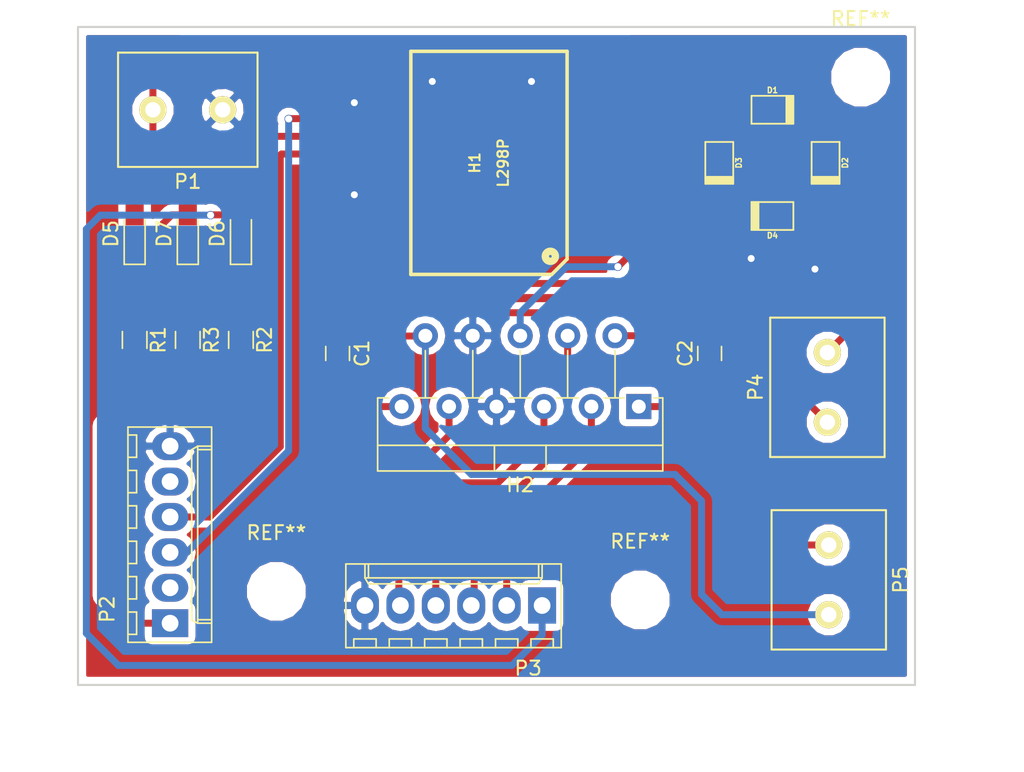
<source format=kicad_pcb>
(kicad_pcb (version 4) (host pcbnew 4.0.1-stable)

  (general
    (links 43)
    (no_connects 0)
    (area 69.524999 21.924999 129.675001 69.275001)
    (thickness 1.6)
    (drawings 4)
    (tracks 147)
    (zones 0)
    (modules 22)
    (nets 31)
  )

  (page A4)
  (layers
    (0 F.Cu signal)
    (31 B.Cu signal)
    (32 B.Adhes user)
    (33 F.Adhes user)
    (34 B.Paste user)
    (35 F.Paste user)
    (36 B.SilkS user)
    (37 F.SilkS user)
    (38 B.Mask user)
    (39 F.Mask user)
    (40 Dwgs.User user)
    (41 Cmts.User user)
    (42 Eco1.User user)
    (43 Eco2.User user)
    (44 Edge.Cuts user)
    (45 Margin user)
    (46 B.CrtYd user)
    (47 F.CrtYd user)
    (48 B.Fab user)
    (49 F.Fab user)
  )

  (setup
    (last_trace_width 0.5)
    (trace_clearance 0.2)
    (zone_clearance 0.508)
    (zone_45_only no)
    (trace_min 0.2)
    (segment_width 0.2)
    (edge_width 0.15)
    (via_size 0.6)
    (via_drill 0.5)
    (via_min_size 0.4)
    (via_min_drill 0.3)
    (uvia_size 0.3)
    (uvia_drill 0.1)
    (uvias_allowed no)
    (uvia_min_size 0.2)
    (uvia_min_drill 0.1)
    (pcb_text_width 0.3)
    (pcb_text_size 1.5 1.5)
    (mod_edge_width 0.15)
    (mod_text_size 1 1)
    (mod_text_width 0.15)
    (pad_size 1.524 1.524)
    (pad_drill 0.762)
    (pad_to_mask_clearance 0.2)
    (aux_axis_origin 0 0)
    (visible_elements FFFFFF7F)
    (pcbplotparams
      (layerselection 0x00030_80000001)
      (usegerberextensions false)
      (excludeedgelayer true)
      (linewidth 0.100000)
      (plotframeref false)
      (viasonmask false)
      (mode 1)
      (useauxorigin false)
      (hpglpennumber 1)
      (hpglpenspeed 20)
      (hpglpendiameter 15)
      (hpglpenoverlay 2)
      (psnegative false)
      (psa4output false)
      (plotreference true)
      (plotvalue true)
      (plotinvisibletext false)
      (padsonsilk false)
      (subtractmaskfromsilk false)
      (outputformat 1)
      (mirror false)
      (drillshape 1)
      (scaleselection 1)
      (outputdirectory ""))
  )

  (net 0 "")
  (net 1 Output2)
  (net 2 "Net-(C1-Pad2)")
  (net 3 "Net-(C2-Pad1)")
  (net 4 Output1)
  (net 5 "Net-(D1-Pad2)")
  (net 6 VCC)
  (net 7 Earth)
  (net 8 "Net-(D3-Pad2)")
  (net 9 "Net-(D5-Pad1)")
  (net 10 "Net-(D6-Pad1)")
  (net 11 VAA)
  (net 12 "Net-(D7-Pad1)")
  (net 13 VSS)
  (net 14 "Net-(H1-Pad2)")
  (net 15 "Net-(H1-Pad3)")
  (net 16 "Net-(H1-Pad4)")
  (net 17 "Net-(H1-Pad5)")
  (net 18 "Net-(H1-Pad7)")
  (net 19 "Net-(H1-Pad8)")
  (net 20 "Net-(H1-Pad9)")
  (net 21 Input3)
  (net 22 Input4)
  (net 23 "Net-(H1-Pad18)")
  (net 24 "Net-(H1-Pad19)")
  (net 25 Dir)
  (net 26 Brake)
  (net 27 PWM)
  (net 28 Flag)
  (net 29 "Net-(P2-Pad2)")
  (net 30 "Net-(P2-Pad5)")

  (net_class Default "This is the default net class."
    (clearance 0.2)
    (trace_width 0.5)
    (via_dia 0.6)
    (via_drill 0.5)
    (uvia_dia 0.3)
    (uvia_drill 0.1)
    (add_net Brake)
    (add_net Dir)
    (add_net Earth)
    (add_net Flag)
    (add_net Input3)
    (add_net Input4)
    (add_net "Net-(C1-Pad2)")
    (add_net "Net-(C2-Pad1)")
    (add_net "Net-(D1-Pad2)")
    (add_net "Net-(D3-Pad2)")
    (add_net "Net-(D5-Pad1)")
    (add_net "Net-(D6-Pad1)")
    (add_net "Net-(D7-Pad1)")
    (add_net "Net-(H1-Pad18)")
    (add_net "Net-(H1-Pad19)")
    (add_net "Net-(H1-Pad2)")
    (add_net "Net-(H1-Pad3)")
    (add_net "Net-(H1-Pad4)")
    (add_net "Net-(H1-Pad5)")
    (add_net "Net-(H1-Pad7)")
    (add_net "Net-(H1-Pad8)")
    (add_net "Net-(H1-Pad9)")
    (add_net "Net-(P2-Pad2)")
    (add_net "Net-(P2-Pad5)")
    (add_net Output1)
    (add_net Output2)
    (add_net PWM)
    (add_net VAA)
    (add_net VCC)
    (add_net VSS)
  )

  (module Capacitors_SMD:C_0805_HandSoldering (layer F.Cu) (tedit 58AA84A8) (tstamp 5B053407)
    (at 88.21 45.42 270)
    (descr "Capacitor SMD 0805, hand soldering")
    (tags "capacitor 0805")
    (path /5B045DA5)
    (attr smd)
    (fp_text reference C1 (at 0 -1.75 270) (layer F.SilkS)
      (effects (font (size 1 1) (thickness 0.15)))
    )
    (fp_text value C (at 0 1.75 270) (layer F.Fab)
      (effects (font (size 1 1) (thickness 0.15)))
    )
    (fp_text user %R (at 0 -1.75 270) (layer F.Fab)
      (effects (font (size 1 1) (thickness 0.15)))
    )
    (fp_line (start -1 0.62) (end -1 -0.62) (layer F.Fab) (width 0.1))
    (fp_line (start 1 0.62) (end -1 0.62) (layer F.Fab) (width 0.1))
    (fp_line (start 1 -0.62) (end 1 0.62) (layer F.Fab) (width 0.1))
    (fp_line (start -1 -0.62) (end 1 -0.62) (layer F.Fab) (width 0.1))
    (fp_line (start 0.5 -0.85) (end -0.5 -0.85) (layer F.SilkS) (width 0.12))
    (fp_line (start -0.5 0.85) (end 0.5 0.85) (layer F.SilkS) (width 0.12))
    (fp_line (start -2.25 -0.88) (end 2.25 -0.88) (layer F.CrtYd) (width 0.05))
    (fp_line (start -2.25 -0.88) (end -2.25 0.87) (layer F.CrtYd) (width 0.05))
    (fp_line (start 2.25 0.87) (end 2.25 -0.88) (layer F.CrtYd) (width 0.05))
    (fp_line (start 2.25 0.87) (end -2.25 0.87) (layer F.CrtYd) (width 0.05))
    (pad 1 smd rect (at -1.25 0 270) (size 1.5 1.25) (layers F.Cu F.Paste F.Mask)
      (net 1 Output2))
    (pad 2 smd rect (at 1.25 0 270) (size 1.5 1.25) (layers F.Cu F.Paste F.Mask)
      (net 2 "Net-(C1-Pad2)"))
    (model Capacitors_SMD.3dshapes/C_0805.wrl
      (at (xyz 0 0 0))
      (scale (xyz 1 1 1))
      (rotate (xyz 0 0 0))
    )
  )

  (module Capacitors_SMD:C_0805_HandSoldering (layer F.Cu) (tedit 58AA84A8) (tstamp 5B05340D)
    (at 114.88 45.42 90)
    (descr "Capacitor SMD 0805, hand soldering")
    (tags "capacitor 0805")
    (path /5B0461EC)
    (attr smd)
    (fp_text reference C2 (at 0 -1.75 90) (layer F.SilkS)
      (effects (font (size 1 1) (thickness 0.15)))
    )
    (fp_text value C (at 0 1.75 90) (layer F.Fab)
      (effects (font (size 1 1) (thickness 0.15)))
    )
    (fp_text user %R (at 0 -1.75 90) (layer F.Fab)
      (effects (font (size 1 1) (thickness 0.15)))
    )
    (fp_line (start -1 0.62) (end -1 -0.62) (layer F.Fab) (width 0.1))
    (fp_line (start 1 0.62) (end -1 0.62) (layer F.Fab) (width 0.1))
    (fp_line (start 1 -0.62) (end 1 0.62) (layer F.Fab) (width 0.1))
    (fp_line (start -1 -0.62) (end 1 -0.62) (layer F.Fab) (width 0.1))
    (fp_line (start 0.5 -0.85) (end -0.5 -0.85) (layer F.SilkS) (width 0.12))
    (fp_line (start -0.5 0.85) (end 0.5 0.85) (layer F.SilkS) (width 0.12))
    (fp_line (start -2.25 -0.88) (end 2.25 -0.88) (layer F.CrtYd) (width 0.05))
    (fp_line (start -2.25 -0.88) (end -2.25 0.87) (layer F.CrtYd) (width 0.05))
    (fp_line (start 2.25 0.87) (end 2.25 -0.88) (layer F.CrtYd) (width 0.05))
    (fp_line (start 2.25 0.87) (end -2.25 0.87) (layer F.CrtYd) (width 0.05))
    (pad 1 smd rect (at -1.25 0 90) (size 1.5 1.25) (layers F.Cu F.Paste F.Mask)
      (net 3 "Net-(C2-Pad1)"))
    (pad 2 smd rect (at 1.25 0 90) (size 1.5 1.25) (layers F.Cu F.Paste F.Mask)
      (net 4 Output1))
    (model Capacitors_SMD.3dshapes/C_0805.wrl
      (at (xyz 0 0 0))
      (scale (xyz 1 1 1))
      (rotate (xyz 0 0 0))
    )
  )

  (module ValveTeam:do219ab (layer F.Cu) (tedit 0) (tstamp 5B05341C)
    (at 119.38 27.94)
    (descr DO219AB)
    (path /5B044E29)
    (fp_text reference D1 (at 0 -1.39954) (layer F.SilkS)
      (effects (font (size 0.39878 0.39878) (thickness 0.09906)))
    )
    (fp_text value D (at 0 1.50114) (layer F.SilkS) hide
      (effects (font (size 0.39878 0.39878) (thickness 0.09906)))
    )
    (fp_line (start 1.39954 1.00076) (end 1.39954 -1.00076) (layer F.SilkS) (width 0.127))
    (fp_line (start 1.30048 -1.00076) (end 1.30048 1.00076) (layer F.SilkS) (width 0.127))
    (fp_line (start 1.19888 1.00076) (end 1.19888 -1.00076) (layer F.SilkS) (width 0.127))
    (fp_line (start 1.09982 -1.00076) (end 1.09982 1.00076) (layer F.SilkS) (width 0.127))
    (fp_line (start 1.00076 -1.00076) (end 1.00076 1.00076) (layer F.SilkS) (width 0.127))
    (fp_line (start 1.50114 -1.00076) (end -1.50114 -1.00076) (layer F.SilkS) (width 0.127))
    (fp_line (start -1.50114 -1.00076) (end -1.50114 1.00076) (layer F.SilkS) (width 0.127))
    (fp_line (start -1.50114 1.00076) (end 1.50114 1.00076) (layer F.SilkS) (width 0.127))
    (fp_line (start 1.50114 1.00076) (end 1.50114 -1.00076) (layer F.SilkS) (width 0.127))
    (pad 2 smd rect (at 1.45034 0) (size 1.30048 1.39954) (layers F.Cu F.Paste F.Mask)
      (net 5 "Net-(D1-Pad2)"))
    (pad 1 smd rect (at -1.45034 0) (size 1.30048 1.39954) (layers F.Cu F.Paste F.Mask)
      (net 6 VCC))
    (model walter/smd_diode/do219ab.wrl
      (at (xyz 0 0 0))
      (scale (xyz 1 1 1))
      (rotate (xyz 0 0 0))
    )
  )

  (module ValveTeam:do219ab (layer F.Cu) (tedit 0) (tstamp 5B05342B)
    (at 123.19 31.75 270)
    (descr DO219AB)
    (path /5B044F13)
    (fp_text reference D2 (at 0 -1.39954 270) (layer F.SilkS)
      (effects (font (size 0.39878 0.39878) (thickness 0.09906)))
    )
    (fp_text value D (at 0 1.50114 270) (layer F.SilkS) hide
      (effects (font (size 0.39878 0.39878) (thickness 0.09906)))
    )
    (fp_line (start 1.39954 1.00076) (end 1.39954 -1.00076) (layer F.SilkS) (width 0.127))
    (fp_line (start 1.30048 -1.00076) (end 1.30048 1.00076) (layer F.SilkS) (width 0.127))
    (fp_line (start 1.19888 1.00076) (end 1.19888 -1.00076) (layer F.SilkS) (width 0.127))
    (fp_line (start 1.09982 -1.00076) (end 1.09982 1.00076) (layer F.SilkS) (width 0.127))
    (fp_line (start 1.00076 -1.00076) (end 1.00076 1.00076) (layer F.SilkS) (width 0.127))
    (fp_line (start 1.50114 -1.00076) (end -1.50114 -1.00076) (layer F.SilkS) (width 0.127))
    (fp_line (start -1.50114 -1.00076) (end -1.50114 1.00076) (layer F.SilkS) (width 0.127))
    (fp_line (start -1.50114 1.00076) (end 1.50114 1.00076) (layer F.SilkS) (width 0.127))
    (fp_line (start 1.50114 1.00076) (end 1.50114 -1.00076) (layer F.SilkS) (width 0.127))
    (pad 2 smd rect (at 1.45034 0 270) (size 1.30048 1.39954) (layers F.Cu F.Paste F.Mask)
      (net 7 Earth))
    (pad 1 smd rect (at -1.45034 0 270) (size 1.30048 1.39954) (layers F.Cu F.Paste F.Mask)
      (net 5 "Net-(D1-Pad2)"))
    (model walter/smd_diode/do219ab.wrl
      (at (xyz 0 0 0))
      (scale (xyz 1 1 1))
      (rotate (xyz 0 0 0))
    )
  )

  (module ValveTeam:do219ab (layer F.Cu) (tedit 0) (tstamp 5B05343A)
    (at 115.57 31.75 270)
    (descr DO219AB)
    (path /5B044E8E)
    (fp_text reference D3 (at 0 -1.39954 270) (layer F.SilkS)
      (effects (font (size 0.39878 0.39878) (thickness 0.09906)))
    )
    (fp_text value D (at 0 1.50114 270) (layer F.SilkS) hide
      (effects (font (size 0.39878 0.39878) (thickness 0.09906)))
    )
    (fp_line (start 1.39954 1.00076) (end 1.39954 -1.00076) (layer F.SilkS) (width 0.127))
    (fp_line (start 1.30048 -1.00076) (end 1.30048 1.00076) (layer F.SilkS) (width 0.127))
    (fp_line (start 1.19888 1.00076) (end 1.19888 -1.00076) (layer F.SilkS) (width 0.127))
    (fp_line (start 1.09982 -1.00076) (end 1.09982 1.00076) (layer F.SilkS) (width 0.127))
    (fp_line (start 1.00076 -1.00076) (end 1.00076 1.00076) (layer F.SilkS) (width 0.127))
    (fp_line (start 1.50114 -1.00076) (end -1.50114 -1.00076) (layer F.SilkS) (width 0.127))
    (fp_line (start -1.50114 -1.00076) (end -1.50114 1.00076) (layer F.SilkS) (width 0.127))
    (fp_line (start -1.50114 1.00076) (end 1.50114 1.00076) (layer F.SilkS) (width 0.127))
    (fp_line (start 1.50114 1.00076) (end 1.50114 -1.00076) (layer F.SilkS) (width 0.127))
    (pad 2 smd rect (at 1.45034 0 270) (size 1.30048 1.39954) (layers F.Cu F.Paste F.Mask)
      (net 8 "Net-(D3-Pad2)"))
    (pad 1 smd rect (at -1.45034 0 270) (size 1.30048 1.39954) (layers F.Cu F.Paste F.Mask)
      (net 6 VCC))
    (model walter/smd_diode/do219ab.wrl
      (at (xyz 0 0 0))
      (scale (xyz 1 1 1))
      (rotate (xyz 0 0 0))
    )
  )

  (module ValveTeam:do219ab (layer F.Cu) (tedit 0) (tstamp 5B053449)
    (at 119.38 35.56 180)
    (descr DO219AB)
    (path /5B044F51)
    (fp_text reference D4 (at 0 -1.39954 180) (layer F.SilkS)
      (effects (font (size 0.39878 0.39878) (thickness 0.09906)))
    )
    (fp_text value D (at 0 1.50114 180) (layer F.SilkS) hide
      (effects (font (size 0.39878 0.39878) (thickness 0.09906)))
    )
    (fp_line (start 1.39954 1.00076) (end 1.39954 -1.00076) (layer F.SilkS) (width 0.127))
    (fp_line (start 1.30048 -1.00076) (end 1.30048 1.00076) (layer F.SilkS) (width 0.127))
    (fp_line (start 1.19888 1.00076) (end 1.19888 -1.00076) (layer F.SilkS) (width 0.127))
    (fp_line (start 1.09982 -1.00076) (end 1.09982 1.00076) (layer F.SilkS) (width 0.127))
    (fp_line (start 1.00076 -1.00076) (end 1.00076 1.00076) (layer F.SilkS) (width 0.127))
    (fp_line (start 1.50114 -1.00076) (end -1.50114 -1.00076) (layer F.SilkS) (width 0.127))
    (fp_line (start -1.50114 -1.00076) (end -1.50114 1.00076) (layer F.SilkS) (width 0.127))
    (fp_line (start -1.50114 1.00076) (end 1.50114 1.00076) (layer F.SilkS) (width 0.127))
    (fp_line (start 1.50114 1.00076) (end 1.50114 -1.00076) (layer F.SilkS) (width 0.127))
    (pad 2 smd rect (at 1.45034 0 180) (size 1.30048 1.39954) (layers F.Cu F.Paste F.Mask)
      (net 7 Earth))
    (pad 1 smd rect (at -1.45034 0 180) (size 1.30048 1.39954) (layers F.Cu F.Paste F.Mask)
      (net 8 "Net-(D3-Pad2)"))
    (model walter/smd_diode/do219ab.wrl
      (at (xyz 0 0 0))
      (scale (xyz 1 1 1))
      (rotate (xyz 0 0 0))
    )
  )

  (module LEDs:LED_0805_HandSoldering (layer F.Cu) (tedit 5B05353A) (tstamp 5B05344F)
    (at 73.66 36.83 90)
    (descr "Resistor SMD 0805, hand soldering")
    (tags "resistor 0805")
    (path /5B052BE4)
    (attr smd)
    (fp_text reference D5 (at 0 -1.7 90) (layer F.SilkS)
      (effects (font (size 1 1) (thickness 0.15)))
    )
    (fp_text value VCC (at -3.81 0 180) (layer F.Fab)
      (effects (font (size 1 1) (thickness 0.15)))
    )
    (fp_line (start -0.4 -0.4) (end -0.4 0.4) (layer F.Fab) (width 0.1))
    (fp_line (start -0.4 0) (end 0.2 -0.4) (layer F.Fab) (width 0.1))
    (fp_line (start 0.2 0.4) (end -0.4 0) (layer F.Fab) (width 0.1))
    (fp_line (start 0.2 -0.4) (end 0.2 0.4) (layer F.Fab) (width 0.1))
    (fp_line (start -1 0.62) (end -1 -0.62) (layer F.Fab) (width 0.1))
    (fp_line (start 1 0.62) (end -1 0.62) (layer F.Fab) (width 0.1))
    (fp_line (start 1 -0.62) (end 1 0.62) (layer F.Fab) (width 0.1))
    (fp_line (start -1 -0.62) (end 1 -0.62) (layer F.Fab) (width 0.1))
    (fp_line (start 1 0.75) (end -2.2 0.75) (layer F.SilkS) (width 0.12))
    (fp_line (start -2.2 -0.75) (end 1 -0.75) (layer F.SilkS) (width 0.12))
    (fp_line (start -2.35 -0.9) (end 2.35 -0.9) (layer F.CrtYd) (width 0.05))
    (fp_line (start -2.35 -0.9) (end -2.35 0.9) (layer F.CrtYd) (width 0.05))
    (fp_line (start 2.35 0.9) (end 2.35 -0.9) (layer F.CrtYd) (width 0.05))
    (fp_line (start 2.35 0.9) (end -2.35 0.9) (layer F.CrtYd) (width 0.05))
    (fp_line (start -2.2 -0.75) (end -2.2 0.75) (layer F.SilkS) (width 0.12))
    (pad 1 smd rect (at -1.35 0 90) (size 1.5 1.3) (layers F.Cu F.Paste F.Mask)
      (net 9 "Net-(D5-Pad1)"))
    (pad 2 smd rect (at 1.35 0 90) (size 1.5 1.3) (layers F.Cu F.Paste F.Mask)
      (net 6 VCC))
    (model ${KISYS3DMOD}/LEDs.3dshapes/LED_0805.wrl
      (at (xyz 0 0 0))
      (scale (xyz 1 1 1))
      (rotate (xyz 0 0 0))
    )
  )

  (module LEDs:LED_0805_HandSoldering (layer F.Cu) (tedit 5B053565) (tstamp 5B053455)
    (at 81.28 36.83 90)
    (descr "Resistor SMD 0805, hand soldering")
    (tags "resistor 0805")
    (path /5B052C8D)
    (attr smd)
    (fp_text reference D6 (at 0 -1.7 90) (layer F.SilkS)
      (effects (font (size 1 1) (thickness 0.15)))
    )
    (fp_text value VAA (at -3.81 0 180) (layer F.Fab)
      (effects (font (size 1 1) (thickness 0.15)))
    )
    (fp_line (start -0.4 -0.4) (end -0.4 0.4) (layer F.Fab) (width 0.1))
    (fp_line (start -0.4 0) (end 0.2 -0.4) (layer F.Fab) (width 0.1))
    (fp_line (start 0.2 0.4) (end -0.4 0) (layer F.Fab) (width 0.1))
    (fp_line (start 0.2 -0.4) (end 0.2 0.4) (layer F.Fab) (width 0.1))
    (fp_line (start -1 0.62) (end -1 -0.62) (layer F.Fab) (width 0.1))
    (fp_line (start 1 0.62) (end -1 0.62) (layer F.Fab) (width 0.1))
    (fp_line (start 1 -0.62) (end 1 0.62) (layer F.Fab) (width 0.1))
    (fp_line (start -1 -0.62) (end 1 -0.62) (layer F.Fab) (width 0.1))
    (fp_line (start 1 0.75) (end -2.2 0.75) (layer F.SilkS) (width 0.12))
    (fp_line (start -2.2 -0.75) (end 1 -0.75) (layer F.SilkS) (width 0.12))
    (fp_line (start -2.35 -0.9) (end 2.35 -0.9) (layer F.CrtYd) (width 0.05))
    (fp_line (start -2.35 -0.9) (end -2.35 0.9) (layer F.CrtYd) (width 0.05))
    (fp_line (start 2.35 0.9) (end 2.35 -0.9) (layer F.CrtYd) (width 0.05))
    (fp_line (start 2.35 0.9) (end -2.35 0.9) (layer F.CrtYd) (width 0.05))
    (fp_line (start -2.2 -0.75) (end -2.2 0.75) (layer F.SilkS) (width 0.12))
    (pad 1 smd rect (at -1.35 0 90) (size 1.5 1.3) (layers F.Cu F.Paste F.Mask)
      (net 10 "Net-(D6-Pad1)"))
    (pad 2 smd rect (at 1.35 0 90) (size 1.5 1.3) (layers F.Cu F.Paste F.Mask)
      (net 11 VAA))
    (model ${KISYS3DMOD}/LEDs.3dshapes/LED_0805.wrl
      (at (xyz 0 0 0))
      (scale (xyz 1 1 1))
      (rotate (xyz 0 0 0))
    )
  )

  (module LEDs:LED_0805_HandSoldering (layer F.Cu) (tedit 5B05354B) (tstamp 5B05345B)
    (at 77.47 36.83 90)
    (descr "Resistor SMD 0805, hand soldering")
    (tags "resistor 0805")
    (path /5B052CD0)
    (attr smd)
    (fp_text reference D7 (at 0 -1.7 90) (layer F.SilkS)
      (effects (font (size 1 1) (thickness 0.15)))
    )
    (fp_text value VSS (at -3.81 0 180) (layer F.Fab)
      (effects (font (size 1 1) (thickness 0.15)))
    )
    (fp_line (start -0.4 -0.4) (end -0.4 0.4) (layer F.Fab) (width 0.1))
    (fp_line (start -0.4 0) (end 0.2 -0.4) (layer F.Fab) (width 0.1))
    (fp_line (start 0.2 0.4) (end -0.4 0) (layer F.Fab) (width 0.1))
    (fp_line (start 0.2 -0.4) (end 0.2 0.4) (layer F.Fab) (width 0.1))
    (fp_line (start -1 0.62) (end -1 -0.62) (layer F.Fab) (width 0.1))
    (fp_line (start 1 0.62) (end -1 0.62) (layer F.Fab) (width 0.1))
    (fp_line (start 1 -0.62) (end 1 0.62) (layer F.Fab) (width 0.1))
    (fp_line (start -1 -0.62) (end 1 -0.62) (layer F.Fab) (width 0.1))
    (fp_line (start 1 0.75) (end -2.2 0.75) (layer F.SilkS) (width 0.12))
    (fp_line (start -2.2 -0.75) (end 1 -0.75) (layer F.SilkS) (width 0.12))
    (fp_line (start -2.35 -0.9) (end 2.35 -0.9) (layer F.CrtYd) (width 0.05))
    (fp_line (start -2.35 -0.9) (end -2.35 0.9) (layer F.CrtYd) (width 0.05))
    (fp_line (start 2.35 0.9) (end 2.35 -0.9) (layer F.CrtYd) (width 0.05))
    (fp_line (start 2.35 0.9) (end -2.35 0.9) (layer F.CrtYd) (width 0.05))
    (fp_line (start -2.2 -0.75) (end -2.2 0.75) (layer F.SilkS) (width 0.12))
    (pad 1 smd rect (at -1.35 0 90) (size 1.5 1.3) (layers F.Cu F.Paste F.Mask)
      (net 12 "Net-(D7-Pad1)"))
    (pad 2 smd rect (at 1.35 0 90) (size 1.5 1.3) (layers F.Cu F.Paste F.Mask)
      (net 13 VSS))
    (model ${KISYS3DMOD}/LEDs.3dshapes/LED_0805.wrl
      (at (xyz 0 0 0))
      (scale (xyz 1 1 1))
      (rotate (xyz 0 0 0))
    )
  )

  (module ValveTeam:powerso-20 (layer F.Cu) (tedit 0) (tstamp 5B053475)
    (at 99.06 31.75 90)
    (descr "PowerSO-20, Jedec MO-166")
    (path /5B043515)
    (fp_text reference H1 (at 0 -1.016 90) (layer F.SilkS)
      (effects (font (size 0.7493 0.7493) (thickness 0.14986)))
    )
    (fp_text value L298P (at 0 1.016 90) (layer F.SilkS)
      (effects (font (size 0.7493 0.7493) (thickness 0.14986)))
    )
    (fp_circle (center -6.7 4.4) (end -6.8 4.4) (layer F.SilkS) (width 0.254))
    (fp_circle (center -6.7 4.4) (end -7 4.4) (layer F.SilkS) (width 0.254))
    (fp_circle (center -6.7 4.4) (end -7.2 4.4) (layer F.SilkS) (width 0.254))
    (fp_line (start -8.001 4.50088) (end -8.001 -5.6007) (layer F.SilkS) (width 0.254))
    (fp_line (start -6.90118 5.6007) (end 8.001 5.6007) (layer F.SilkS) (width 0.254))
    (fp_line (start -6.90118 5.6007) (end -8.001 4.50088) (layer F.SilkS) (width 0.254))
    (fp_line (start -8.001 -5.6007) (end 8.001 -5.6007) (layer F.SilkS) (width 0.254))
    (fp_line (start 8.001 -5.6007) (end 8.001 5.6007) (layer F.SilkS) (width 0.254))
    (pad 1 smd rect (at -5.715 6.8453 90) (size 0.75946 1.69926) (layers F.Cu F.Paste F.Mask)
      (net 7 Earth))
    (pad 2 smd rect (at -4.445 6.84784 90) (size 0.75946 1.69926) (layers F.Cu F.Paste F.Mask)
      (net 14 "Net-(H1-Pad2)"))
    (pad 3 smd rect (at -3.175 6.84784 90) (size 0.75946 1.69926) (layers F.Cu F.Paste F.Mask)
      (net 15 "Net-(H1-Pad3)"))
    (pad 4 smd rect (at -1.905 6.84784 90) (size 0.75946 1.69926) (layers F.Cu F.Paste F.Mask)
      (net 16 "Net-(H1-Pad4)"))
    (pad 5 smd rect (at -0.635 6.84784 90) (size 0.75946 1.69926) (layers F.Cu F.Paste F.Mask)
      (net 17 "Net-(H1-Pad5)"))
    (pad 6 smd rect (at 0.635 6.84784 90) (size 0.75946 1.69926) (layers F.Cu F.Paste F.Mask)
      (net 6 VCC))
    (pad 7 smd rect (at 1.905 6.84784 90) (size 0.75946 1.69926) (layers F.Cu F.Paste F.Mask)
      (net 18 "Net-(H1-Pad7)"))
    (pad 8 smd rect (at 3.175 6.84784 90) (size 0.75946 1.69926) (layers F.Cu F.Paste F.Mask)
      (net 19 "Net-(H1-Pad8)"))
    (pad 21 smd rect (at 0 0 90) (size 9.99998 6.39826) (layers F.Cu F.Paste F.Mask))
    (pad 10 smd rect (at 5.715 6.8453 90) (size 0.75946 1.69926) (layers F.Cu F.Paste F.Mask)
      (net 7 Earth))
    (pad 9 smd rect (at 4.445 6.84784 90) (size 0.75946 1.69926) (layers F.Cu F.Paste F.Mask)
      (net 20 "Net-(H1-Pad9)"))
    (pad 11 smd rect (at 5.715 -6.84784 90) (size 0.75946 1.69926) (layers F.Cu F.Paste F.Mask)
      (net 7 Earth))
    (pad 12 smd rect (at 4.445 -6.84784 90) (size 0.75946 1.69926) (layers F.Cu F.Paste F.Mask)
      (net 13 VSS))
    (pad 13 smd rect (at 3.175 -6.84784 90) (size 0.75946 1.69926) (layers F.Cu F.Paste F.Mask)
      (net 21 Input3))
    (pad 14 smd rect (at 1.905 -6.84784 90) (size 0.75946 1.69926) (layers F.Cu F.Paste F.Mask)
      (net 13 VSS))
    (pad 15 smd rect (at 0.635 -6.84784 90) (size 0.75946 1.69926) (layers F.Cu F.Paste F.Mask)
      (net 22 Input4))
    (pad 16 smd rect (at -0.635 -6.84784 90) (size 0.75946 1.69926) (layers F.Cu F.Paste F.Mask)
      (net 8 "Net-(D3-Pad2)"))
    (pad 17 smd rect (at -1.905 -6.84784 90) (size 0.75946 1.69926) (layers F.Cu F.Paste F.Mask)
      (net 5 "Net-(D1-Pad2)"))
    (pad 18 smd rect (at -3.175 -6.84784 90) (size 0.75946 1.69926) (layers F.Cu F.Paste F.Mask)
      (net 23 "Net-(H1-Pad18)"))
    (pad 19 smd rect (at -4.445 -6.84784 90) (size 0.75946 1.69926) (layers F.Cu F.Paste F.Mask)
      (net 24 "Net-(H1-Pad19)"))
    (pad 20 smd rect (at -5.715 -6.8453 90) (size 0.75946 1.69926) (layers F.Cu F.Paste F.Mask)
      (net 7 Earth))
    (pad 21 smd rect (at 0 0 90) (size 16.09852 3.39852) (layers F.Cu F.Paste F.Mask))
    (model walter/smd_dil/powerso-20.wrl
      (at (xyz 0 0 0))
      (scale (xyz 1 1 1))
      (rotate (xyz 0 0 0))
    )
  )

  (module ValveTeam:TO-220-11 (layer F.Cu) (tedit 58CE52AC) (tstamp 5B053484)
    (at 109.8 49.23 180)
    (descr "TO-220-11, Vertical, RM 1.7mm, Multiwatt-11, staggered type-2")
    (tags "TO-220-11 Vertical RM 1.7mm Multiwatt-11 staggered type-2")
    (path /5B043BC1)
    (fp_text reference H2 (at 8.5 -5.62 180) (layer F.SilkS)
      (effects (font (size 1 1) (thickness 0.15)))
    )
    (fp_text value LMD18201T (at 8.5 7.6 180) (layer F.Fab)
      (effects (font (size 1 1) (thickness 0.15)))
    )
    (fp_text user %R (at 8.5 -5.62 180) (layer F.Fab)
      (effects (font (size 1 1) (thickness 0.15)))
    )
    (fp_line (start -1.6 -4.5) (end -1.6 0.5) (layer F.Fab) (width 0.1))
    (fp_line (start -1.6 0.5) (end 18.6 0.5) (layer F.Fab) (width 0.1))
    (fp_line (start 18.6 0.5) (end 18.6 -4.5) (layer F.Fab) (width 0.1))
    (fp_line (start 18.6 -4.5) (end -1.6 -4.5) (layer F.Fab) (width 0.1))
    (fp_line (start -1.6 -2.9) (end 18.6 -2.9) (layer F.Fab) (width 0.1))
    (fp_line (start 6.65 -4.5) (end 6.65 -2.9) (layer F.Fab) (width 0.1))
    (fp_line (start 10.35 -4.5) (end 10.35 -2.9) (layer F.Fab) (width 0.1))
    (fp_line (start 1.7 0.5) (end 1.7 5.08) (layer F.Fab) (width 0.1))
    (fp_line (start 5.1 0.5) (end 5.1 5.08) (layer F.Fab) (width 0.1))
    (fp_line (start 8.5 0.5) (end 8.5 5.08) (layer F.Fab) (width 0.1))
    (fp_line (start 11.9 0.5) (end 11.9 5.08) (layer F.Fab) (width 0.1))
    (fp_line (start 15.3 0.5) (end 15.3 5.08) (layer F.Fab) (width 0.1))
    (fp_line (start -1.72 -4.62) (end 18.72 -4.62) (layer F.SilkS) (width 0.12))
    (fp_line (start -1.72 0.621) (end -1.05 0.621) (layer F.SilkS) (width 0.12))
    (fp_line (start 1.05 0.621) (end 2.476 0.621) (layer F.SilkS) (width 0.12))
    (fp_line (start 4.325 0.621) (end 5.876 0.621) (layer F.SilkS) (width 0.12))
    (fp_line (start 7.725 0.621) (end 9.276 0.621) (layer F.SilkS) (width 0.12))
    (fp_line (start 11.125 0.621) (end 12.676 0.621) (layer F.SilkS) (width 0.12))
    (fp_line (start 14.525 0.621) (end 16.076 0.621) (layer F.SilkS) (width 0.12))
    (fp_line (start 17.925 0.621) (end 18.72 0.621) (layer F.SilkS) (width 0.12))
    (fp_line (start -1.72 -4.62) (end -1.72 0.621) (layer F.SilkS) (width 0.12))
    (fp_line (start 18.72 -4.62) (end 18.72 0.621) (layer F.SilkS) (width 0.12))
    (fp_line (start -1.72 -2.78) (end 18.72 -2.78) (layer F.SilkS) (width 0.12))
    (fp_line (start 6.65 -4.62) (end 6.65 -2.78) (layer F.SilkS) (width 0.12))
    (fp_line (start 10.35 -4.62) (end 10.35 -2.78) (layer F.SilkS) (width 0.12))
    (fp_line (start 1.7 0.621) (end 1.7 4.015) (layer F.SilkS) (width 0.12))
    (fp_line (start 5.1 0.621) (end 5.1 4.015) (layer F.SilkS) (width 0.12))
    (fp_line (start 8.5 0.621) (end 8.5 4.015) (layer F.SilkS) (width 0.12))
    (fp_line (start 11.9 0.621) (end 11.9 4.015) (layer F.SilkS) (width 0.12))
    (fp_line (start 15.3 0.621) (end 15.3 4.015) (layer F.SilkS) (width 0.12))
    (fp_line (start -1.85 -4.75) (end -1.85 6.23) (layer F.CrtYd) (width 0.05))
    (fp_line (start -1.85 6.23) (end 18.85 6.23) (layer F.CrtYd) (width 0.05))
    (fp_line (start 18.85 6.23) (end 18.85 -4.75) (layer F.CrtYd) (width 0.05))
    (fp_line (start 18.85 -4.75) (end -1.85 -4.75) (layer F.CrtYd) (width 0.05))
    (pad 1 thru_hole rect (at 0 0 180) (size 1.8 1.8) (drill 1) (layers *.Cu *.Mask)
      (net 3 "Net-(C2-Pad1)"))
    (pad 2 thru_hole oval (at 1.7 5.08 180) (size 1.8 1.8) (drill 1) (layers *.Cu *.Mask)
      (net 4 Output1))
    (pad 3 thru_hole oval (at 3.4 0 180) (size 1.8 1.8) (drill 1) (layers *.Cu *.Mask)
      (net 25 Dir))
    (pad 4 thru_hole oval (at 5.1 5.08 180) (size 1.8 1.8) (drill 1) (layers *.Cu *.Mask)
      (net 26 Brake))
    (pad 5 thru_hole oval (at 6.8 0 180) (size 1.8 1.8) (drill 1) (layers *.Cu *.Mask)
      (net 27 PWM))
    (pad 6 thru_hole oval (at 8.5 5.08 180) (size 1.8 1.8) (drill 1) (layers *.Cu *.Mask)
      (net 6 VCC))
    (pad 7 thru_hole oval (at 10.2 0 180) (size 1.8 1.8) (drill 1) (layers *.Cu *.Mask)
      (net 7 Earth))
    (pad 8 thru_hole oval (at 11.9 5.08 180) (size 1.8 1.8) (drill 1) (layers *.Cu *.Mask)
      (net 7 Earth))
    (pad 9 thru_hole oval (at 13.6 0 180) (size 1.8 1.8) (drill 1) (layers *.Cu *.Mask)
      (net 28 Flag))
    (pad 10 thru_hole oval (at 15.3 5.08 180) (size 1.8 1.8) (drill 1) (layers *.Cu *.Mask)
      (net 1 Output2))
    (pad 11 thru_hole oval (at 17 0 180) (size 1.8 1.8) (drill 1) (layers *.Cu *.Mask)
      (net 2 "Net-(C1-Pad2)"))
    (model ${KISYS3DMOD}/TO_SOT_Packages_THT.3dshapes/TO-220-11_Vertical_StaggeredType2.wrl
      (at (xyz 0 0 0))
      (scale (xyz 1 1 1))
      (rotate (xyz 0 0 0))
    )
  )

  (module ValveTeam:TE_TERM (layer F.Cu) (tedit 5B053477) (tstamp 5B05348A)
    (at 77.47 27.94)
    (path /5B0432BB)
    (fp_text reference P1 (at 0 5.15) (layer F.SilkS)
      (effects (font (size 1 1) (thickness 0.15)))
    )
    (fp_text value 12V (at -3.81 -5.08) (layer F.Fab)
      (effects (font (size 1 1) (thickness 0.15)))
    )
    (fp_line (start -5 -4.1) (end 5 -4.1) (layer F.SilkS) (width 0.15))
    (fp_line (start 5 -4.1) (end 5 4.1) (layer F.SilkS) (width 0.15))
    (fp_line (start -5 4.1) (end 5 4.1) (layer F.SilkS) (width 0.15))
    (fp_line (start -5 -4.1) (end -5 4.1) (layer F.SilkS) (width 0.15))
    (pad 2 thru_hole circle (at 2.5 0) (size 1.95 1.95) (drill 1.1) (layers *.Cu *.Mask F.SilkS)
      (net 7 Earth))
    (pad 1 thru_hole circle (at -2.5 0) (size 1.95 1.95) (drill 1.1) (layers *.Cu *.Mask F.SilkS)
      (net 6 VCC))
  )

  (module ValveTeam:Molex_KK-6410-06_06x2.54mm_Straight (layer F.Cu) (tedit 5B05375F) (tstamp 5B053494)
    (at 76.2 64.77 90)
    (descr "Connector Headers with Friction Lock, 22-27-2061, http://www.molex.com/pdm_docs/sd/022272021_sd.pdf")
    (tags "connector molex kk_6410 22-27-2061")
    (path /5B04327A)
    (fp_text reference P2 (at 1 -4.5 90) (layer F.SilkS)
      (effects (font (size 1 1) (thickness 0.15)))
    )
    (fp_text value tL298P (at 11.43 5.08 90) (layer F.Fab)
      (effects (font (size 1 1) (thickness 0.15)))
    )
    (fp_line (start -1.47 -3.12) (end -1.47 3.08) (layer F.Fab) (width 0.12))
    (fp_line (start -1.47 3.08) (end 14.17 3.08) (layer F.Fab) (width 0.12))
    (fp_line (start 14.17 3.08) (end 14.17 -3.12) (layer F.Fab) (width 0.12))
    (fp_line (start 14.17 -3.12) (end -1.47 -3.12) (layer F.Fab) (width 0.12))
    (fp_line (start -1.37 -3.02) (end -1.37 2.98) (layer F.SilkS) (width 0.12))
    (fp_line (start -1.37 2.98) (end 14.07 2.98) (layer F.SilkS) (width 0.12))
    (fp_line (start 14.07 2.98) (end 14.07 -3.02) (layer F.SilkS) (width 0.12))
    (fp_line (start 14.07 -3.02) (end -1.37 -3.02) (layer F.SilkS) (width 0.12))
    (fp_line (start 0 2.98) (end 0 1.98) (layer F.SilkS) (width 0.12))
    (fp_line (start 0 1.98) (end 12.7 1.98) (layer F.SilkS) (width 0.12))
    (fp_line (start 12.7 1.98) (end 12.7 2.98) (layer F.SilkS) (width 0.12))
    (fp_line (start 0 1.98) (end 0.25 1.55) (layer F.SilkS) (width 0.12))
    (fp_line (start 0.25 1.55) (end 12.45 1.55) (layer F.SilkS) (width 0.12))
    (fp_line (start 12.45 1.55) (end 12.7 1.98) (layer F.SilkS) (width 0.12))
    (fp_line (start 0.25 2.98) (end 0.25 1.98) (layer F.SilkS) (width 0.12))
    (fp_line (start 12.45 2.98) (end 12.45 1.98) (layer F.SilkS) (width 0.12))
    (fp_line (start -0.8 -3.02) (end -0.8 -2.4) (layer F.SilkS) (width 0.12))
    (fp_line (start -0.8 -2.4) (end 0.8 -2.4) (layer F.SilkS) (width 0.12))
    (fp_line (start 0.8 -2.4) (end 0.8 -3.02) (layer F.SilkS) (width 0.12))
    (fp_line (start 1.74 -3.02) (end 1.74 -2.4) (layer F.SilkS) (width 0.12))
    (fp_line (start 1.74 -2.4) (end 3.34 -2.4) (layer F.SilkS) (width 0.12))
    (fp_line (start 3.34 -2.4) (end 3.34 -3.02) (layer F.SilkS) (width 0.12))
    (fp_line (start 4.28 -3.02) (end 4.28 -2.4) (layer F.SilkS) (width 0.12))
    (fp_line (start 4.28 -2.4) (end 5.88 -2.4) (layer F.SilkS) (width 0.12))
    (fp_line (start 5.88 -2.4) (end 5.88 -3.02) (layer F.SilkS) (width 0.12))
    (fp_line (start 6.82 -3.02) (end 6.82 -2.4) (layer F.SilkS) (width 0.12))
    (fp_line (start 6.82 -2.4) (end 8.42 -2.4) (layer F.SilkS) (width 0.12))
    (fp_line (start 8.42 -2.4) (end 8.42 -3.02) (layer F.SilkS) (width 0.12))
    (fp_line (start 9.36 -3.02) (end 9.36 -2.4) (layer F.SilkS) (width 0.12))
    (fp_line (start 9.36 -2.4) (end 10.96 -2.4) (layer F.SilkS) (width 0.12))
    (fp_line (start 10.96 -2.4) (end 10.96 -3.02) (layer F.SilkS) (width 0.12))
    (fp_line (start 11.9 -3.02) (end 11.9 -2.4) (layer F.SilkS) (width 0.12))
    (fp_line (start 11.9 -2.4) (end 13.5 -2.4) (layer F.SilkS) (width 0.12))
    (fp_line (start 13.5 -2.4) (end 13.5 -3.02) (layer F.SilkS) (width 0.12))
    (fp_line (start -1.9 3.5) (end -1.9 -3.55) (layer F.CrtYd) (width 0.05))
    (fp_line (start -1.9 -3.55) (end 14.6 -3.55) (layer F.CrtYd) (width 0.05))
    (fp_line (start 14.6 -3.55) (end 14.6 3.5) (layer F.CrtYd) (width 0.05))
    (fp_line (start 14.6 3.5) (end -1.9 3.5) (layer F.CrtYd) (width 0.05))
    (fp_text user %R (at 6.35 0 90) (layer F.Fab)
      (effects (font (size 1 1) (thickness 0.15)))
    )
    (pad 1 thru_hole rect (at 0 0 90) (size 2 2.6) (drill 1.2) (layers *.Cu *.Mask)
      (net 13 VSS))
    (pad 2 thru_hole oval (at 2.54 0 90) (size 2 2.6) (drill 1.2) (layers *.Cu *.Mask)
      (net 29 "Net-(P2-Pad2)"))
    (pad 3 thru_hole oval (at 5.08 0 90) (size 2 2.6) (drill 1.2) (layers *.Cu *.Mask)
      (net 21 Input3))
    (pad 4 thru_hole oval (at 7.62 0 90) (size 2 2.6) (drill 1.2) (layers *.Cu *.Mask)
      (net 22 Input4))
    (pad 5 thru_hole oval (at 10.16 0 90) (size 2 2.6) (drill 1.2) (layers *.Cu *.Mask)
      (net 30 "Net-(P2-Pad5)"))
    (pad 6 thru_hole oval (at 12.7 0 90) (size 2 2.6) (drill 1.2) (layers *.Cu *.Mask)
      (net 7 Earth))
    (model ${KISYS3DMOD}/Connectors_Molex.3dshapes/Molex_KK-6410-06_06x2.54mm_Straight.wrl
      (at (xyz 0 0 0))
      (scale (xyz 1 1 1))
      (rotate (xyz 0 0 0))
    )
  )

  (module ValveTeam:Molex_KK-6410-06_06x2.54mm_Straight (layer F.Cu) (tedit 5B053744) (tstamp 5B05349E)
    (at 102.87 63.5 180)
    (descr "Connector Headers with Friction Lock, 22-27-2061, http://www.molex.com/pdm_docs/sd/022272021_sd.pdf")
    (tags "connector molex kk_6410 22-27-2061")
    (path /5B04304C)
    (fp_text reference P3 (at 1 -4.5 180) (layer F.SilkS)
      (effects (font (size 1 1) (thickness 0.15)))
    )
    (fp_text value tLMD... (at 12.7 -5.08 180) (layer F.Fab)
      (effects (font (size 1 1) (thickness 0.15)))
    )
    (fp_line (start -1.47 -3.12) (end -1.47 3.08) (layer F.Fab) (width 0.12))
    (fp_line (start -1.47 3.08) (end 14.17 3.08) (layer F.Fab) (width 0.12))
    (fp_line (start 14.17 3.08) (end 14.17 -3.12) (layer F.Fab) (width 0.12))
    (fp_line (start 14.17 -3.12) (end -1.47 -3.12) (layer F.Fab) (width 0.12))
    (fp_line (start -1.37 -3.02) (end -1.37 2.98) (layer F.SilkS) (width 0.12))
    (fp_line (start -1.37 2.98) (end 14.07 2.98) (layer F.SilkS) (width 0.12))
    (fp_line (start 14.07 2.98) (end 14.07 -3.02) (layer F.SilkS) (width 0.12))
    (fp_line (start 14.07 -3.02) (end -1.37 -3.02) (layer F.SilkS) (width 0.12))
    (fp_line (start 0 2.98) (end 0 1.98) (layer F.SilkS) (width 0.12))
    (fp_line (start 0 1.98) (end 12.7 1.98) (layer F.SilkS) (width 0.12))
    (fp_line (start 12.7 1.98) (end 12.7 2.98) (layer F.SilkS) (width 0.12))
    (fp_line (start 0 1.98) (end 0.25 1.55) (layer F.SilkS) (width 0.12))
    (fp_line (start 0.25 1.55) (end 12.45 1.55) (layer F.SilkS) (width 0.12))
    (fp_line (start 12.45 1.55) (end 12.7 1.98) (layer F.SilkS) (width 0.12))
    (fp_line (start 0.25 2.98) (end 0.25 1.98) (layer F.SilkS) (width 0.12))
    (fp_line (start 12.45 2.98) (end 12.45 1.98) (layer F.SilkS) (width 0.12))
    (fp_line (start -0.8 -3.02) (end -0.8 -2.4) (layer F.SilkS) (width 0.12))
    (fp_line (start -0.8 -2.4) (end 0.8 -2.4) (layer F.SilkS) (width 0.12))
    (fp_line (start 0.8 -2.4) (end 0.8 -3.02) (layer F.SilkS) (width 0.12))
    (fp_line (start 1.74 -3.02) (end 1.74 -2.4) (layer F.SilkS) (width 0.12))
    (fp_line (start 1.74 -2.4) (end 3.34 -2.4) (layer F.SilkS) (width 0.12))
    (fp_line (start 3.34 -2.4) (end 3.34 -3.02) (layer F.SilkS) (width 0.12))
    (fp_line (start 4.28 -3.02) (end 4.28 -2.4) (layer F.SilkS) (width 0.12))
    (fp_line (start 4.28 -2.4) (end 5.88 -2.4) (layer F.SilkS) (width 0.12))
    (fp_line (start 5.88 -2.4) (end 5.88 -3.02) (layer F.SilkS) (width 0.12))
    (fp_line (start 6.82 -3.02) (end 6.82 -2.4) (layer F.SilkS) (width 0.12))
    (fp_line (start 6.82 -2.4) (end 8.42 -2.4) (layer F.SilkS) (width 0.12))
    (fp_line (start 8.42 -2.4) (end 8.42 -3.02) (layer F.SilkS) (width 0.12))
    (fp_line (start 9.36 -3.02) (end 9.36 -2.4) (layer F.SilkS) (width 0.12))
    (fp_line (start 9.36 -2.4) (end 10.96 -2.4) (layer F.SilkS) (width 0.12))
    (fp_line (start 10.96 -2.4) (end 10.96 -3.02) (layer F.SilkS) (width 0.12))
    (fp_line (start 11.9 -3.02) (end 11.9 -2.4) (layer F.SilkS) (width 0.12))
    (fp_line (start 11.9 -2.4) (end 13.5 -2.4) (layer F.SilkS) (width 0.12))
    (fp_line (start 13.5 -2.4) (end 13.5 -3.02) (layer F.SilkS) (width 0.12))
    (fp_line (start -1.9 3.5) (end -1.9 -3.55) (layer F.CrtYd) (width 0.05))
    (fp_line (start -1.9 -3.55) (end 14.6 -3.55) (layer F.CrtYd) (width 0.05))
    (fp_line (start 14.6 -3.55) (end 14.6 3.5) (layer F.CrtYd) (width 0.05))
    (fp_line (start 14.6 3.5) (end -1.9 3.5) (layer F.CrtYd) (width 0.05))
    (fp_text user %R (at 6.35 0 180) (layer F.Fab)
      (effects (font (size 1 1) (thickness 0.15)))
    )
    (pad 1 thru_hole rect (at 0 0 180) (size 2 2.6) (drill 1.2) (layers *.Cu *.Mask)
      (net 11 VAA))
    (pad 2 thru_hole oval (at 2.54 0 180) (size 2 2.6) (drill 1.2) (layers *.Cu *.Mask)
      (net 25 Dir))
    (pad 3 thru_hole oval (at 5.08 0 180) (size 2 2.6) (drill 1.2) (layers *.Cu *.Mask)
      (net 26 Brake))
    (pad 4 thru_hole oval (at 7.62 0 180) (size 2 2.6) (drill 1.2) (layers *.Cu *.Mask)
      (net 27 PWM))
    (pad 5 thru_hole oval (at 10.16 0 180) (size 2 2.6) (drill 1.2) (layers *.Cu *.Mask)
      (net 28 Flag))
    (pad 6 thru_hole oval (at 12.7 0 180) (size 2 2.6) (drill 1.2) (layers *.Cu *.Mask)
      (net 7 Earth))
    (model ${KISYS3DMOD}/Connectors_Molex.3dshapes/Molex_KK-6410-06_06x2.54mm_Straight.wrl
      (at (xyz 0 0 0))
      (scale (xyz 1 1 1))
      (rotate (xyz 0 0 0))
    )
  )

  (module ValveTeam:TE_TERM (layer F.Cu) (tedit 5B05383F) (tstamp 5B0534A4)
    (at 123.32 47.85 270)
    (path /5B05379D)
    (fp_text reference P4 (at 0 5.15 270) (layer F.SilkS)
      (effects (font (size 1 1) (thickness 0.15)))
    )
    (fp_text value fL298P (at -7.25 0.12 360) (layer F.Fab)
      (effects (font (size 1 1) (thickness 0.15)))
    )
    (fp_line (start -5 -4.1) (end 5 -4.1) (layer F.SilkS) (width 0.15))
    (fp_line (start 5 -4.1) (end 5 4.1) (layer F.SilkS) (width 0.15))
    (fp_line (start -5 4.1) (end 5 4.1) (layer F.SilkS) (width 0.15))
    (fp_line (start -5 -4.1) (end -5 4.1) (layer F.SilkS) (width 0.15))
    (pad 2 thru_hole circle (at 2.5 0 270) (size 1.95 1.95) (drill 1.1) (layers *.Cu *.Mask F.SilkS)
      (net 8 "Net-(D3-Pad2)"))
    (pad 1 thru_hole circle (at -2.5 0 270) (size 1.95 1.95) (drill 1.1) (layers *.Cu *.Mask F.SilkS)
      (net 5 "Net-(D1-Pad2)"))
  )

  (module ValveTeam:TE_TERM (layer F.Cu) (tedit 5B05372D) (tstamp 5B0534AA)
    (at 123.42 61.66 90)
    (path /5B043210)
    (fp_text reference P5 (at 0 5.15 90) (layer F.SilkS)
      (effects (font (size 1 1) (thickness 0.15)))
    )
    (fp_text value fLMD... (at 6.35 0 180) (layer F.Fab)
      (effects (font (size 1 1) (thickness 0.15)))
    )
    (fp_line (start -5 -4.1) (end 5 -4.1) (layer F.SilkS) (width 0.15))
    (fp_line (start 5 -4.1) (end 5 4.1) (layer F.SilkS) (width 0.15))
    (fp_line (start -5 4.1) (end 5 4.1) (layer F.SilkS) (width 0.15))
    (fp_line (start -5 -4.1) (end -5 4.1) (layer F.SilkS) (width 0.15))
    (pad 2 thru_hole circle (at 2.5 0 90) (size 1.95 1.95) (drill 1.1) (layers *.Cu *.Mask F.SilkS)
      (net 4 Output1))
    (pad 1 thru_hole circle (at -2.5 0 90) (size 1.95 1.95) (drill 1.1) (layers *.Cu *.Mask F.SilkS)
      (net 1 Output2))
  )

  (module Resistors_SMD:R_0805_HandSoldering (layer F.Cu) (tedit 5B0535E8) (tstamp 5B0534B0)
    (at 73.66 44.45 270)
    (descr "Resistor SMD 0805, hand soldering")
    (tags "resistor 0805")
    (path /5B052D3E)
    (attr smd)
    (fp_text reference R1 (at 0 -1.7 270) (layer F.SilkS)
      (effects (font (size 1 1) (thickness 0.15)))
    )
    (fp_text value 680 (at 3.81 0 360) (layer F.Fab)
      (effects (font (size 1 1) (thickness 0.15)))
    )
    (fp_text user %R (at 0 0 270) (layer F.Fab)
      (effects (font (size 0.5 0.5) (thickness 0.075)))
    )
    (fp_line (start -1 0.62) (end -1 -0.62) (layer F.Fab) (width 0.1))
    (fp_line (start 1 0.62) (end -1 0.62) (layer F.Fab) (width 0.1))
    (fp_line (start 1 -0.62) (end 1 0.62) (layer F.Fab) (width 0.1))
    (fp_line (start -1 -0.62) (end 1 -0.62) (layer F.Fab) (width 0.1))
    (fp_line (start 0.6 0.88) (end -0.6 0.88) (layer F.SilkS) (width 0.12))
    (fp_line (start -0.6 -0.88) (end 0.6 -0.88) (layer F.SilkS) (width 0.12))
    (fp_line (start -2.35 -0.9) (end 2.35 -0.9) (layer F.CrtYd) (width 0.05))
    (fp_line (start -2.35 -0.9) (end -2.35 0.9) (layer F.CrtYd) (width 0.05))
    (fp_line (start 2.35 0.9) (end 2.35 -0.9) (layer F.CrtYd) (width 0.05))
    (fp_line (start 2.35 0.9) (end -2.35 0.9) (layer F.CrtYd) (width 0.05))
    (pad 1 smd rect (at -1.35 0 270) (size 1.5 1.3) (layers F.Cu F.Paste F.Mask)
      (net 9 "Net-(D5-Pad1)"))
    (pad 2 smd rect (at 1.35 0 270) (size 1.5 1.3) (layers F.Cu F.Paste F.Mask)
      (net 7 Earth))
    (model ${KISYS3DMOD}/Resistors_SMD.3dshapes/R_0805.wrl
      (at (xyz 0 0 0))
      (scale (xyz 1 1 1))
      (rotate (xyz 0 0 0))
    )
  )

  (module Resistors_SMD:R_0805_HandSoldering (layer F.Cu) (tedit 5B053606) (tstamp 5B0534B6)
    (at 81.28 44.45 270)
    (descr "Resistor SMD 0805, hand soldering")
    (tags "resistor 0805")
    (path /5B052DC4)
    (attr smd)
    (fp_text reference R2 (at 0 -1.7 270) (layer F.SilkS)
      (effects (font (size 1 1) (thickness 0.15)))
    )
    (fp_text value 330 (at 3.81 0 360) (layer F.Fab)
      (effects (font (size 1 1) (thickness 0.15)))
    )
    (fp_text user %R (at 0 0 270) (layer F.Fab)
      (effects (font (size 0.5 0.5) (thickness 0.075)))
    )
    (fp_line (start -1 0.62) (end -1 -0.62) (layer F.Fab) (width 0.1))
    (fp_line (start 1 0.62) (end -1 0.62) (layer F.Fab) (width 0.1))
    (fp_line (start 1 -0.62) (end 1 0.62) (layer F.Fab) (width 0.1))
    (fp_line (start -1 -0.62) (end 1 -0.62) (layer F.Fab) (width 0.1))
    (fp_line (start 0.6 0.88) (end -0.6 0.88) (layer F.SilkS) (width 0.12))
    (fp_line (start -0.6 -0.88) (end 0.6 -0.88) (layer F.SilkS) (width 0.12))
    (fp_line (start -2.35 -0.9) (end 2.35 -0.9) (layer F.CrtYd) (width 0.05))
    (fp_line (start -2.35 -0.9) (end -2.35 0.9) (layer F.CrtYd) (width 0.05))
    (fp_line (start 2.35 0.9) (end 2.35 -0.9) (layer F.CrtYd) (width 0.05))
    (fp_line (start 2.35 0.9) (end -2.35 0.9) (layer F.CrtYd) (width 0.05))
    (pad 1 smd rect (at -1.35 0 270) (size 1.5 1.3) (layers F.Cu F.Paste F.Mask)
      (net 10 "Net-(D6-Pad1)"))
    (pad 2 smd rect (at 1.35 0 270) (size 1.5 1.3) (layers F.Cu F.Paste F.Mask)
      (net 7 Earth))
    (model ${KISYS3DMOD}/Resistors_SMD.3dshapes/R_0805.wrl
      (at (xyz 0 0 0))
      (scale (xyz 1 1 1))
      (rotate (xyz 0 0 0))
    )
  )

  (module Resistors_SMD:R_0805_HandSoldering (layer F.Cu) (tedit 5B0535F8) (tstamp 5B0534BC)
    (at 77.47 44.45 270)
    (descr "Resistor SMD 0805, hand soldering")
    (tags "resistor 0805")
    (path /5B052E1E)
    (attr smd)
    (fp_text reference R3 (at 0 -1.7 270) (layer F.SilkS)
      (effects (font (size 1 1) (thickness 0.15)))
    )
    (fp_text value 330 (at 3.81 0 540) (layer F.Fab)
      (effects (font (size 1 1) (thickness 0.15)))
    )
    (fp_text user %R (at 0 0 270) (layer F.Fab)
      (effects (font (size 0.5 0.5) (thickness 0.075)))
    )
    (fp_line (start -1 0.62) (end -1 -0.62) (layer F.Fab) (width 0.1))
    (fp_line (start 1 0.62) (end -1 0.62) (layer F.Fab) (width 0.1))
    (fp_line (start 1 -0.62) (end 1 0.62) (layer F.Fab) (width 0.1))
    (fp_line (start -1 -0.62) (end 1 -0.62) (layer F.Fab) (width 0.1))
    (fp_line (start 0.6 0.88) (end -0.6 0.88) (layer F.SilkS) (width 0.12))
    (fp_line (start -0.6 -0.88) (end 0.6 -0.88) (layer F.SilkS) (width 0.12))
    (fp_line (start -2.35 -0.9) (end 2.35 -0.9) (layer F.CrtYd) (width 0.05))
    (fp_line (start -2.35 -0.9) (end -2.35 0.9) (layer F.CrtYd) (width 0.05))
    (fp_line (start 2.35 0.9) (end 2.35 -0.9) (layer F.CrtYd) (width 0.05))
    (fp_line (start 2.35 0.9) (end -2.35 0.9) (layer F.CrtYd) (width 0.05))
    (pad 1 smd rect (at -1.35 0 270) (size 1.5 1.3) (layers F.Cu F.Paste F.Mask)
      (net 12 "Net-(D7-Pad1)"))
    (pad 2 smd rect (at 1.35 0 270) (size 1.5 1.3) (layers F.Cu F.Paste F.Mask)
      (net 7 Earth))
    (model ${KISYS3DMOD}/Resistors_SMD.3dshapes/R_0805.wrl
      (at (xyz 0 0 0))
      (scale (xyz 1 1 1))
      (rotate (xyz 0 0 0))
    )
  )

  (module Mounting_Holes:MountingHole_3.2mm_M3 (layer F.Cu) (tedit 56D1B4CB) (tstamp 5B0543DB)
    (at 109.9 63.1)
    (descr "Mounting Hole 3.2mm, no annular, M3")
    (tags "mounting hole 3.2mm no annular m3")
    (attr virtual)
    (fp_text reference REF** (at 0 -4.2) (layer F.SilkS)
      (effects (font (size 1 1) (thickness 0.15)))
    )
    (fp_text value MountingHole_3.2mm_M3 (at 0 4.2) (layer F.Fab)
      (effects (font (size 1 1) (thickness 0.15)))
    )
    (fp_text user %R (at 0.3 0) (layer F.Fab)
      (effects (font (size 1 1) (thickness 0.15)))
    )
    (fp_circle (center 0 0) (end 3.2 0) (layer Cmts.User) (width 0.15))
    (fp_circle (center 0 0) (end 3.45 0) (layer F.CrtYd) (width 0.05))
    (pad 1 np_thru_hole circle (at 0 0) (size 3.2 3.2) (drill 3.2) (layers *.Cu *.Mask))
  )

  (module Mounting_Holes:MountingHole_3.2mm_M3 (layer F.Cu) (tedit 56D1B4CB) (tstamp 5B05440F)
    (at 125.7 25.6)
    (descr "Mounting Hole 3.2mm, no annular, M3")
    (tags "mounting hole 3.2mm no annular m3")
    (attr virtual)
    (fp_text reference REF** (at 0 -4.2) (layer F.SilkS)
      (effects (font (size 1 1) (thickness 0.15)))
    )
    (fp_text value MountingHole_3.2mm_M3 (at 0 4.2) (layer F.Fab)
      (effects (font (size 1 1) (thickness 0.15)))
    )
    (fp_text user %R (at 0.3 0) (layer F.Fab)
      (effects (font (size 1 1) (thickness 0.15)))
    )
    (fp_circle (center 0 0) (end 3.2 0) (layer Cmts.User) (width 0.15))
    (fp_circle (center 0 0) (end 3.45 0) (layer F.CrtYd) (width 0.05))
    (pad 1 np_thru_hole circle (at 0 0) (size 3.2 3.2) (drill 3.2) (layers *.Cu *.Mask))
  )

  (module Mounting_Holes:MountingHole_3.2mm_M3 (layer F.Cu) (tedit 56D1B4CB) (tstamp 5B05441B)
    (at 83.82 62.484)
    (descr "Mounting Hole 3.2mm, no annular, M3")
    (tags "mounting hole 3.2mm no annular m3")
    (attr virtual)
    (fp_text reference REF** (at 0 -4.2) (layer F.SilkS)
      (effects (font (size 1 1) (thickness 0.15)))
    )
    (fp_text value MountingHole_3.2mm_M3 (at 0 4.2) (layer F.Fab)
      (effects (font (size 1 1) (thickness 0.15)))
    )
    (fp_text user %R (at 0.3 0) (layer F.Fab)
      (effects (font (size 1 1) (thickness 0.15)))
    )
    (fp_circle (center 0 0) (end 3.2 0) (layer Cmts.User) (width 0.15))
    (fp_circle (center 0 0) (end 3.45 0) (layer F.CrtYd) (width 0.05))
    (pad 1 np_thru_hole circle (at 0 0) (size 3.2 3.2) (drill 3.2) (layers *.Cu *.Mask))
  )

  (gr_line (start 69.6 69.2) (end 69.6 22) (angle 90) (layer Edge.Cuts) (width 0.15))
  (gr_line (start 129.6 69.2) (end 69.6 69.2) (angle 90) (layer Edge.Cuts) (width 0.15))
  (gr_line (start 129.6 22) (end 129.6 69.2) (angle 90) (layer Edge.Cuts) (width 0.15))
  (gr_line (start 69.6 22) (end 129.6 22) (angle 90) (layer Edge.Cuts) (width 0.15))

  (segment (start 94.5 44.15) (end 94.5 50.8) (width 0.5) (layer B.Cu) (net 1))
  (segment (start 115.76 64.16) (end 123.42 64.16) (width 0.5) (layer B.Cu) (net 1) (tstamp 5B053DEF))
  (segment (start 114.3 62.7) (end 115.76 64.16) (width 0.5) (layer B.Cu) (net 1) (tstamp 5B053DED))
  (segment (start 114.3 56) (end 114.3 62.7) (width 0.5) (layer B.Cu) (net 1) (tstamp 5B053DEB))
  (segment (start 112.4 54.1) (end 114.3 56) (width 0.5) (layer B.Cu) (net 1) (tstamp 5B053DEA))
  (segment (start 97.8 54.1) (end 112.4 54.1) (width 0.5) (layer B.Cu) (net 1) (tstamp 5B053DE8))
  (segment (start 94.5 50.8) (end 97.8 54.1) (width 0.5) (layer B.Cu) (net 1) (tstamp 5B053DDC))
  (segment (start 88.21 44.17) (end 94.48 44.17) (width 0.5) (layer F.Cu) (net 1))
  (segment (start 94.48 44.17) (end 94.5 44.15) (width 0.5) (layer F.Cu) (net 1) (tstamp 5B053B3A))
  (segment (start 88.21 46.67) (end 88.21 48.01) (width 0.5) (layer F.Cu) (net 2))
  (segment (start 89.43 49.23) (end 92.8 49.23) (width 0.5) (layer F.Cu) (net 2) (tstamp 5B053B34))
  (segment (start 88.21 48.01) (end 89.43 49.23) (width 0.5) (layer F.Cu) (net 2) (tstamp 5B053B31))
  (segment (start 109.8 49.23) (end 112.32 49.23) (width 0.5) (layer F.Cu) (net 3))
  (segment (start 112.32 49.23) (end 114.88 46.67) (width 0.5) (layer F.Cu) (net 3) (tstamp 5B053B9E))
  (segment (start 114.88 44.17) (end 116.97 44.17) (width 0.5) (layer F.Cu) (net 4))
  (segment (start 118.76 59.16) (end 123.42 59.16) (width 0.5) (layer F.Cu) (net 4) (tstamp 5B053C65))
  (segment (start 118.3 58.7) (end 118.76 59.16) (width 0.5) (layer F.Cu) (net 4) (tstamp 5B053C63))
  (segment (start 118.3 45.5) (end 118.3 58.7) (width 0.5) (layer F.Cu) (net 4) (tstamp 5B053C5D))
  (segment (start 116.97 44.17) (end 118.3 45.5) (width 0.5) (layer F.Cu) (net 4) (tstamp 5B053C5A))
  (segment (start 108.1 44.15) (end 114.86 44.15) (width 0.5) (layer F.Cu) (net 4))
  (segment (start 114.86 44.15) (end 114.88 44.17) (width 0.5) (layer F.Cu) (net 4) (tstamp 5B053B9B))
  (segment (start 92.21216 33.655) (end 93.855 33.655) (width 0.5) (layer F.Cu) (net 5))
  (segment (start 120.83034 30.66966) (end 120.83034 27.94) (width 0.5) (layer F.Cu) (net 5) (tstamp 5B053DC2))
  (segment (start 119.4 32.1) (end 120.83034 30.66966) (width 0.5) (layer F.Cu) (net 5) (tstamp 5B053DBF))
  (segment (start 111.7 32.1) (end 119.4 32.1) (width 0.5) (layer F.Cu) (net 5) (tstamp 5B053DB9))
  (segment (start 110.6 33.2) (end 111.7 32.1) (width 0.5) (layer F.Cu) (net 5) (tstamp 5B053DB7))
  (segment (start 110.6 38.7) (end 110.6 33.2) (width 0.5) (layer F.Cu) (net 5) (tstamp 5B053DB5))
  (segment (start 108.9 40.4) (end 110.6 38.7) (width 0.5) (layer F.Cu) (net 5) (tstamp 5B053DAE))
  (segment (start 95.2 40.4) (end 108.9 40.4) (width 0.5) (layer F.Cu) (net 5) (tstamp 5B053DA8))
  (segment (start 94.7 39.9) (end 95.2 40.4) (width 0.5) (layer F.Cu) (net 5) (tstamp 5B053DA6))
  (segment (start 94.7 34.5) (end 94.7 39.9) (width 0.5) (layer F.Cu) (net 5) (tstamp 5B053DA5))
  (segment (start 93.855 33.655) (end 94.7 34.5) (width 0.5) (layer F.Cu) (net 5) (tstamp 5B053DA3))
  (segment (start 120.83034 27.94) (end 123.19 30.29966) (width 0.5) (layer F.Cu) (net 5))
  (segment (start 123.19 30.29966) (end 125.09966 30.29966) (width 0.5) (layer F.Cu) (net 5))
  (segment (start 126.2 42.47) (end 123.32 45.35) (width 0.5) (layer F.Cu) (net 5) (tstamp 5B053CFF))
  (segment (start 126.2 31.4) (end 126.2 42.47) (width 0.5) (layer F.Cu) (net 5) (tstamp 5B053CFE))
  (segment (start 125.09966 30.29966) (end 126.2 31.4) (width 0.5) (layer F.Cu) (net 5) (tstamp 5B053CFD))
  (segment (start 101.3 44.15) (end 101.3 42.5) (width 0.5) (layer B.Cu) (net 6))
  (segment (start 109.5 38) (end 109.5 31.115) (width 0.5) (layer F.Cu) (net 6) (tstamp 5B05407E))
  (segment (start 108.3 39.2) (end 109.5 38) (width 0.5) (layer F.Cu) (net 6) (tstamp 5B05407D))
  (via (at 108.3 39.2) (size 0.6) (drill 0.5) (layers F.Cu B.Cu) (net 6))
  (segment (start 104.6 39.2) (end 108.3 39.2) (width 0.5) (layer B.Cu) (net 6) (tstamp 5B054076))
  (segment (start 101.3 42.5) (end 104.6 39.2) (width 0.5) (layer B.Cu) (net 6) (tstamp 5B054071))
  (segment (start 74.97 27.94) (end 74.97 25.83) (width 0.5) (layer F.Cu) (net 6))
  (segment (start 108.37034 23.1) (end 115.57 30.29966) (width 0.5) (layer F.Cu) (net 6) (tstamp 5B053F4A))
  (segment (start 77.7 23.1) (end 108.37034 23.1) (width 0.5) (layer F.Cu) (net 6) (tstamp 5B053F46))
  (segment (start 74.97 25.83) (end 77.7 23.1) (width 0.5) (layer F.Cu) (net 6) (tstamp 5B053F3D))
  (segment (start 114.75466 31.115) (end 115.57 30.29966) (width 0.5) (layer F.Cu) (net 6) (tstamp 5B053D10))
  (segment (start 105.90784 31.115) (end 109.5 31.115) (width 0.5) (layer F.Cu) (net 6))
  (segment (start 109.5 31.115) (end 114.75466 31.115) (width 0.5) (layer F.Cu) (net 6) (tstamp 5B054081))
  (segment (start 117.92966 27.94) (end 115.57 30.29966) (width 0.5) (layer F.Cu) (net 6))
  (segment (start 74.97 27.94) (end 74.97 30.43) (width 0.5) (layer F.Cu) (net 6))
  (segment (start 73.66 31.74) (end 73.66 35.48) (width 0.5) (layer F.Cu) (net 6) (tstamp 5B053CF9))
  (segment (start 74.97 30.43) (end 73.66 31.74) (width 0.5) (layer F.Cu) (net 6) (tstamp 5B053CF8))
  (segment (start 117.92966 35.56) (end 117.92966 38.53434) (width 0.5) (layer F.Cu) (net 7))
  (segment (start 123.19 38.608) (end 123.19 33.20034) (width 0.5) (layer F.Cu) (net 7) (tstamp 5B054734))
  (segment (start 122.428 39.37) (end 123.19 38.608) (width 0.5) (layer F.Cu) (net 7) (tstamp 5B054733))
  (via (at 122.428 39.37) (size 0.6) (drill 0.5) (layers F.Cu B.Cu) (net 7))
  (segment (start 118.618 39.37) (end 122.428 39.37) (width 0.5) (layer B.Cu) (net 7) (tstamp 5B054730))
  (segment (start 117.856 38.608) (end 118.618 39.37) (width 0.5) (layer B.Cu) (net 7) (tstamp 5B05472F))
  (via (at 117.856 38.608) (size 0.6) (drill 0.5) (layers F.Cu B.Cu) (net 7))
  (segment (start 117.92966 38.53434) (end 117.856 38.608) (width 0.5) (layer F.Cu) (net 7) (tstamp 5B05472A))
  (segment (start 92.21216 26.035) (end 94.869 26.035) (width 0.5) (layer F.Cu) (net 7))
  (segment (start 102.235 26.035) (end 103.759 26.035) (width 0.5) (layer F.Cu) (net 7) (tstamp 5B05470F))
  (segment (start 102.108 25.908) (end 102.235 26.035) (width 0.5) (layer F.Cu) (net 7) (tstamp 5B05470E))
  (via (at 102.108 25.908) (size 0.6) (drill 0.5) (layers F.Cu B.Cu) (net 7))
  (segment (start 94.996 25.908) (end 102.108 25.908) (width 0.5) (layer B.Cu) (net 7) (tstamp 5B054709))
  (via (at 94.996 25.908) (size 0.6) (drill 0.5) (layers F.Cu B.Cu) (net 7))
  (segment (start 94.869 26.035) (end 94.996 25.908) (width 0.5) (layer F.Cu) (net 7) (tstamp 5B054705))
  (segment (start 105.9053 37.465) (end 103.759 37.465) (width 0.5) (layer F.Cu) (net 7))
  (segment (start 103.759 37.465) (end 103.378 37.084) (width 0.5) (layer F.Cu) (net 7) (tstamp 5B0546F5))
  (segment (start 103.378 37.084) (end 103.378 26.416) (width 0.5) (layer F.Cu) (net 7) (tstamp 5B0546F7))
  (segment (start 103.378 26.416) (end 103.759 26.035) (width 0.5) (layer F.Cu) (net 7) (tstamp 5B0546FA))
  (segment (start 103.759 26.035) (end 105.9053 26.035) (width 0.5) (layer F.Cu) (net 7) (tstamp 5B0546FC))
  (segment (start 92.2147 37.465) (end 90.297 37.465) (width 0.5) (layer F.Cu) (net 7))
  (segment (start 90.805 26.035) (end 92.21216 26.035) (width 0.5) (layer F.Cu) (net 7) (tstamp 5B0546EB))
  (segment (start 89.408 27.432) (end 90.805 26.035) (width 0.5) (layer F.Cu) (net 7) (tstamp 5B0546EA))
  (via (at 89.408 27.432) (size 0.6) (drill 0.5) (layers F.Cu B.Cu) (net 7))
  (segment (start 89.408 34.036) (end 89.408 27.432) (width 0.5) (layer B.Cu) (net 7) (tstamp 5B0546E7))
  (via (at 89.408 34.036) (size 0.6) (drill 0.5) (layers F.Cu B.Cu) (net 7))
  (segment (start 89.408 36.576) (end 89.408 34.036) (width 0.5) (layer F.Cu) (net 7) (tstamp 5B0546E3))
  (segment (start 90.297 37.465) (end 89.408 36.576) (width 0.5) (layer F.Cu) (net 7) (tstamp 5B0546E1))
  (segment (start 87.8 42.5) (end 120.83034 42.5) (width 0.5) (layer F.Cu) (net 8) (tstamp 5B053D45))
  (segment (start 87.3 42) (end 87.8 42.5) (width 0.5) (layer F.Cu) (net 8) (tstamp 5B053D43))
  (segment (start 87.3 33.17) (end 87.3 42) (width 0.5) (layer F.Cu) (net 8) (tstamp 5B053D3B))
  (segment (start 88.085 32.385) (end 87.3 33.17) (width 0.5) (layer F.Cu) (net 8) (tstamp 5B053D3A))
  (segment (start 92.21216 32.385) (end 88.085 32.385) (width 0.5) (layer F.Cu) (net 8))
  (segment (start 120.83034 42.5) (end 120.83034 47.86034) (width 0.5) (layer F.Cu) (net 8) (tstamp 5B053D4D))
  (segment (start 115.57 33.20034) (end 118.47068 33.20034) (width 0.5) (layer F.Cu) (net 8))
  (segment (start 118.47068 33.20034) (end 120.83034 35.56) (width 0.5) (layer F.Cu) (net 8) (tstamp 5B053D0C))
  (segment (start 120.83034 35.56) (end 120.83034 42.5) (width 0.5) (layer F.Cu) (net 8))
  (segment (start 120.83034 47.86034) (end 123.32 50.35) (width 0.5) (layer F.Cu) (net 8) (tstamp 5B053D07))
  (segment (start 73.66 38.18) (end 73.66 43.1) (width 0.5) (layer F.Cu) (net 9))
  (segment (start 81.28 38.18) (end 81.28 43.1) (width 0.5) (layer F.Cu) (net 10))
  (segment (start 102.87 63.5) (end 102.87 65.63) (width 0.5) (layer B.Cu) (net 11))
  (segment (start 79.12 35.48) (end 81.28 35.48) (width 0.5) (layer F.Cu) (net 11) (tstamp 5B0543AA))
  (segment (start 79.1 35.5) (end 79.12 35.48) (width 0.5) (layer F.Cu) (net 11) (tstamp 5B0543A9))
  (via (at 79.1 35.5) (size 0.6) (drill 0.5) (layers F.Cu B.Cu) (net 11))
  (segment (start 71.2 35.5) (end 79.1 35.5) (width 0.5) (layer B.Cu) (net 11) (tstamp 5B0543A4))
  (segment (start 70.2 36.5) (end 71.2 35.5) (width 0.5) (layer B.Cu) (net 11) (tstamp 5B0543A2))
  (segment (start 70.2 65.5) (end 70.2 36.5) (width 0.5) (layer B.Cu) (net 11) (tstamp 5B05439A))
  (segment (start 72.5 67.8) (end 70.2 65.5) (width 0.5) (layer B.Cu) (net 11) (tstamp 5B054399))
  (segment (start 100.7 67.8) (end 72.5 67.8) (width 0.5) (layer B.Cu) (net 11) (tstamp 5B054397))
  (segment (start 102.87 65.63) (end 100.7 67.8) (width 0.5) (layer B.Cu) (net 11) (tstamp 5B054393))
  (segment (start 77.47 38.18) (end 77.47 43.1) (width 0.5) (layer F.Cu) (net 12))
  (segment (start 73.37 64.77) (end 76.2 64.77) (width 0.5) (layer F.Cu) (net 13) (tstamp 5B0540FA))
  (segment (start 71.4 62.8) (end 73.37 64.77) (width 0.5) (layer F.Cu) (net 13) (tstamp 5B0540F8))
  (segment (start 71.4 50.6) (end 71.4 62.8) (width 0.5) (layer F.Cu) (net 13) (tstamp 5B0540F0))
  (segment (start 75.7 46.3) (end 71.4 50.6) (width 0.5) (layer F.Cu) (net 13) (tstamp 5B0540EA))
  (segment (start 75.7 36.1) (end 75.7 46.3) (width 0.5) (layer F.Cu) (net 13) (tstamp 5B0540E9))
  (segment (start 76.32 35.48) (end 75.7 36.1) (width 0.5) (layer F.Cu) (net 13) (tstamp 5B0540E7))
  (segment (start 77.47 35.48) (end 76.32 35.48) (width 0.5) (layer F.Cu) (net 13))
  (segment (start 77.47 35.48) (end 77.47 31.73) (width 0.5) (layer F.Cu) (net 13))
  (segment (start 79.355 29.845) (end 92.21216 29.845) (width 0.5) (layer F.Cu) (net 13) (tstamp 5B053FFA))
  (segment (start 77.47 31.73) (end 79.355 29.845) (width 0.5) (layer F.Cu) (net 13) (tstamp 5B053FF2))
  (segment (start 92.21216 29.845) (end 94.255 29.845) (width 0.5) (layer F.Cu) (net 13))
  (segment (start 93.905 27.305) (end 92.21216 27.305) (width 0.5) (layer F.Cu) (net 13) (tstamp 5B053FED))
  (segment (start 94.3 27.7) (end 93.905 27.305) (width 0.5) (layer F.Cu) (net 13) (tstamp 5B053FEC))
  (segment (start 94.3 29.8) (end 94.3 27.7) (width 0.5) (layer F.Cu) (net 13) (tstamp 5B053FEA))
  (segment (start 94.255 29.845) (end 94.3 29.8) (width 0.5) (layer F.Cu) (net 13) (tstamp 5B053FE8))
  (segment (start 84.725 28.575) (end 92.21216 28.575) (width 0.5) (layer F.Cu) (net 21) (tstamp 5B053AB5))
  (segment (start 76.2 59.69) (end 77.41 59.69) (width 0.5) (layer B.Cu) (net 21))
  (segment (start 77.41 59.69) (end 84.7 52.4) (width 0.5) (layer B.Cu) (net 21) (tstamp 5B053AAA))
  (segment (start 84.7 52.4) (end 84.7 28.6) (width 0.5) (layer B.Cu) (net 21) (tstamp 5B053AAD))
  (via (at 84.7 28.6) (size 0.6) (drill 0.5) (layers F.Cu B.Cu) (net 21))
  (segment (start 84.7 28.6) (end 84.725 28.575) (width 0.5) (layer F.Cu) (net 21) (tstamp 5B053AB4))
  (segment (start 84.185 31.115) (end 92.21216 31.115) (width 0.5) (layer F.Cu) (net 22) (tstamp 5B053A11))
  (segment (start 84.1 31.2) (end 84.185 31.115) (width 0.5) (layer F.Cu) (net 22) (tstamp 5B053A10))
  (segment (start 84.1 52.1) (end 84.1 31.2) (width 0.5) (layer F.Cu) (net 22) (tstamp 5B053A05))
  (segment (start 79.05 57.15) (end 84.1 52.1) (width 0.5) (layer F.Cu) (net 22) (tstamp 5B0539F9))
  (segment (start 76.2 57.15) (end 79.05 57.15) (width 0.5) (layer F.Cu) (net 22))
  (segment (start 106.4 49.23) (end 106.4 52) (width 0.5) (layer F.Cu) (net 25))
  (segment (start 100.33 58.07) (end 100.33 63.5) (width 0.5) (layer F.Cu) (net 25) (tstamp 5B053B91))
  (segment (start 106.4 52) (end 100.33 58.07) (width 0.5) (layer F.Cu) (net 25) (tstamp 5B053B88))
  (segment (start 104.7 44.15) (end 104.7 51.6) (width 0.5) (layer F.Cu) (net 26))
  (segment (start 98 58.3) (end 98 63.29) (width 0.5) (layer F.Cu) (net 26) (tstamp 5B053C44))
  (segment (start 104.7 51.6) (end 98 58.3) (width 0.5) (layer F.Cu) (net 26) (tstamp 5B053C42))
  (segment (start 98 63.29) (end 97.79 63.5) (width 0.5) (layer F.Cu) (net 26) (tstamp 5B053C49))
  (segment (start 103 49.23) (end 103 51.4) (width 0.5) (layer F.Cu) (net 27))
  (segment (start 95.25 55.15) (end 95.25 63.5) (width 0.5) (layer F.Cu) (net 27) (tstamp 5B053B78))
  (segment (start 95.7 54.7) (end 95.25 55.15) (width 0.5) (layer F.Cu) (net 27) (tstamp 5B053B76))
  (segment (start 99.7 54.7) (end 95.7 54.7) (width 0.5) (layer F.Cu) (net 27) (tstamp 5B053B72))
  (segment (start 103 51.4) (end 99.7 54.7) (width 0.5) (layer F.Cu) (net 27) (tstamp 5B053B66))
  (segment (start 92.6 63.39) (end 92.71 63.5) (width 0.5) (layer F.Cu) (net 28) (tstamp 5B053AD5))
  (segment (start 92.6 54.9) (end 92.6 63.39) (width 0.5) (layer F.Cu) (net 28) (tstamp 5B053AD4))
  (segment (start 96.2 51.3) (end 92.6 54.9) (width 0.5) (layer F.Cu) (net 28) (tstamp 5B053ACE))
  (segment (start 96.2 49.23) (end 96.2 51.3) (width 0.5) (layer F.Cu) (net 28))

  (zone (net 7) (net_name Earth) (layer F.Cu) (tstamp 5B054545) (hatch edge 0.508)
    (connect_pads (clearance 0.508))
    (min_thickness 0.254)
    (fill yes (arc_segments 16) (thermal_gap 0.508) (thermal_bridge_width 0.508))
    (polygon
      (pts
        (xy 137.414 20.32) (xy 136.652 75.438) (xy 64.008 73.914) (xy 67.31 20.066) (xy 137.414 20.32)
      )
    )
    (filled_polygon
      (pts
        (xy 74.34421 25.20421) (xy 74.152367 25.491325) (xy 74.152367 25.491326) (xy 74.084999 25.83) (xy 74.085 25.830005)
        (xy 74.085 26.563652) (xy 74.0592 26.574312) (xy 73.605904 27.026817) (xy 73.36028 27.618346) (xy 73.359721 28.258844)
        (xy 73.604312 28.8508) (xy 74.056817 29.304096) (xy 74.085 29.315799) (xy 74.085 30.063421) (xy 73.03421 31.11421)
        (xy 72.842367 31.401325) (xy 72.839848 31.41399) (xy 72.774999 31.74) (xy 72.775 31.740005) (xy 72.775 34.126778)
        (xy 72.774683 34.126838) (xy 72.558559 34.26591) (xy 72.413569 34.47811) (xy 72.36256 34.73) (xy 72.36256 36.23)
        (xy 72.406838 36.465317) (xy 72.54591 36.681441) (xy 72.75811 36.826431) (xy 72.771197 36.829081) (xy 72.558559 36.96591)
        (xy 72.413569 37.17811) (xy 72.36256 37.43) (xy 72.36256 38.93) (xy 72.406838 39.165317) (xy 72.54591 39.381441)
        (xy 72.75811 39.526431) (xy 72.775 39.529851) (xy 72.775 41.746778) (xy 72.774683 41.746838) (xy 72.558559 41.88591)
        (xy 72.413569 42.09811) (xy 72.36256 42.35) (xy 72.36256 43.85) (xy 72.406838 44.085317) (xy 72.54591 44.301441)
        (xy 72.75811 44.446431) (xy 72.79149 44.453191) (xy 72.650301 44.511673) (xy 72.471673 44.690302) (xy 72.375 44.923691)
        (xy 72.375 45.51425) (xy 72.53375 45.673) (xy 73.533 45.673) (xy 73.533 45.653) (xy 73.787 45.653)
        (xy 73.787 45.673) (xy 73.807 45.673) (xy 73.807 45.927) (xy 73.787 45.927) (xy 73.787 45.947)
        (xy 73.533 45.947) (xy 73.533 45.927) (xy 72.53375 45.927) (xy 72.375 46.08575) (xy 72.375 46.676309)
        (xy 72.471673 46.909698) (xy 72.650301 47.088327) (xy 72.88369 47.185) (xy 73.37425 47.185) (xy 73.532998 47.026252)
        (xy 73.532998 47.185) (xy 73.563421 47.185) (xy 70.77421 49.97421) (xy 70.582367 50.261325) (xy 70.582367 50.261326)
        (xy 70.514999 50.6) (xy 70.515 50.600005) (xy 70.515 62.799995) (xy 70.514999 62.8) (xy 70.564992 63.051326)
        (xy 70.582367 63.138675) (xy 70.654625 63.246817) (xy 70.77421 63.42579) (xy 72.744208 65.395787) (xy 72.74421 65.39579)
        (xy 73.031325 65.587633) (xy 73.087516 65.59881) (xy 73.37 65.655001) (xy 73.370005 65.655) (xy 74.25256 65.655)
        (xy 74.25256 65.77) (xy 74.296838 66.005317) (xy 74.43591 66.221441) (xy 74.64811 66.366431) (xy 74.9 66.41744)
        (xy 77.5 66.41744) (xy 77.735317 66.373162) (xy 77.951441 66.23409) (xy 78.096431 66.02189) (xy 78.14744 65.77)
        (xy 78.14744 63.77) (xy 78.103162 63.534683) (xy 77.96409 63.318559) (xy 77.809671 63.213049) (xy 78.001056 62.926619)
        (xy 81.584613 62.926619) (xy 81.924155 63.748372) (xy 82.552321 64.377636) (xy 83.373481 64.718611) (xy 84.262619 64.719387)
        (xy 85.084372 64.379845) (xy 85.713636 63.751679) (xy 85.765407 63.627) (xy 88.535 63.627) (xy 88.535 63.927)
        (xy 88.708058 64.54302) (xy 89.103683 65.045922) (xy 89.661645 65.359144) (xy 89.789566 65.390124) (xy 90.043 65.270777)
        (xy 90.043 63.627) (xy 88.535 63.627) (xy 85.765407 63.627) (xy 85.995447 63.073) (xy 88.535 63.073)
        (xy 88.535 63.373) (xy 90.043 63.373) (xy 90.043 61.729223) (xy 89.789566 61.609876) (xy 89.661645 61.640856)
        (xy 89.103683 61.954078) (xy 88.708058 62.45698) (xy 88.535 63.073) (xy 85.995447 63.073) (xy 86.054611 62.930519)
        (xy 86.055387 62.041381) (xy 85.715845 61.219628) (xy 85.087679 60.590364) (xy 84.266519 60.249389) (xy 83.377381 60.248613)
        (xy 82.555628 60.588155) (xy 81.926364 61.216321) (xy 81.585389 62.037481) (xy 81.584613 62.926619) (xy 78.001056 62.926619)
        (xy 78.048452 62.855687) (xy 78.172909 62.23) (xy 78.048452 61.604313) (xy 77.694029 61.07388) (xy 77.523595 60.96)
        (xy 77.694029 60.84612) (xy 78.048452 60.315687) (xy 78.172909 59.69) (xy 78.048452 59.064313) (xy 77.694029 58.53388)
        (xy 77.523595 58.42) (xy 77.694029 58.30612) (xy 77.875185 58.035) (xy 79.049995 58.035) (xy 79.05 58.035001)
        (xy 79.332484 57.97881) (xy 79.388675 57.967633) (xy 79.67579 57.77579) (xy 84.725787 52.725792) (xy 84.72579 52.72579)
        (xy 84.917633 52.438675) (xy 84.985 52.1) (xy 84.985 32) (xy 87.218421 32) (xy 86.67421 32.54421)
        (xy 86.482367 32.831325) (xy 86.482367 32.831326) (xy 86.414999 33.17) (xy 86.415 33.170005) (xy 86.415 41.999995)
        (xy 86.414999 42) (xy 86.47119 42.282484) (xy 86.482367 42.338675) (xy 86.667 42.615) (xy 86.67421 42.62579)
        (xy 87.081103 43.032682) (xy 86.988569 43.16811) (xy 86.93756 43.42) (xy 86.93756 44.92) (xy 86.981838 45.155317)
        (xy 87.12091 45.371441) (xy 87.190711 45.419134) (xy 87.133559 45.45591) (xy 86.988569 45.66811) (xy 86.93756 45.92)
        (xy 86.93756 47.42) (xy 86.981838 47.655317) (xy 87.12091 47.871441) (xy 87.325204 48.011029) (xy 87.38119 48.292484)
        (xy 87.392367 48.348675) (xy 87.484211 48.48613) (xy 87.58421 48.63579) (xy 88.804208 49.855787) (xy 88.80421 49.85579)
        (xy 88.981439 49.97421) (xy 89.091326 50.047634) (xy 89.43 50.115001) (xy 89.430005 50.115) (xy 91.55061 50.115)
        (xy 91.684519 50.315409) (xy 92.182509 50.648155) (xy 92.769928 50.765) (xy 92.830072 50.765) (xy 93.417491 50.648155)
        (xy 93.915481 50.315409) (xy 94.248227 49.817419) (xy 94.365072 49.23) (xy 94.248227 48.642581) (xy 93.915481 48.144591)
        (xy 93.417491 47.811845) (xy 92.830072 47.695) (xy 92.769928 47.695) (xy 92.182509 47.811845) (xy 91.684519 48.144591)
        (xy 91.55061 48.345) (xy 89.796579 48.345) (xy 89.306424 47.854844) (xy 89.431431 47.67189) (xy 89.48244 47.42)
        (xy 89.48244 45.92) (xy 89.438162 45.684683) (xy 89.29909 45.468559) (xy 89.229289 45.420866) (xy 89.286441 45.38409)
        (xy 89.431431 45.17189) (xy 89.455102 45.055) (xy 93.263974 45.055) (xy 93.384519 45.235409) (xy 93.882509 45.568155)
        (xy 94.469928 45.685) (xy 94.530072 45.685) (xy 95.117491 45.568155) (xy 95.615481 45.235409) (xy 95.948227 44.737419)
        (xy 95.99252 44.51474) (xy 96.408964 44.51474) (xy 96.58776 44.946417) (xy 96.992424 45.387966) (xy 97.535258 45.641046)
        (xy 97.773 45.520997) (xy 97.773 44.277) (xy 98.027 44.277) (xy 98.027 45.520997) (xy 98.264742 45.641046)
        (xy 98.807576 45.387966) (xy 99.21224 44.946417) (xy 99.391036 44.51474) (xy 99.270378 44.277) (xy 98.027 44.277)
        (xy 97.773 44.277) (xy 96.529622 44.277) (xy 96.408964 44.51474) (xy 95.99252 44.51474) (xy 96.065072 44.15)
        (xy 95.948227 43.562581) (xy 95.829571 43.385) (xy 96.574747 43.385) (xy 96.408964 43.78526) (xy 96.529622 44.023)
        (xy 97.773 44.023) (xy 97.773 44.003) (xy 98.027 44.003) (xy 98.027 44.023) (xy 99.270378 44.023)
        (xy 99.391036 43.78526) (xy 99.225253 43.385) (xy 99.970429 43.385) (xy 99.851773 43.562581) (xy 99.734928 44.15)
        (xy 99.851773 44.737419) (xy 100.184519 45.235409) (xy 100.682509 45.568155) (xy 101.269928 45.685) (xy 101.330072 45.685)
        (xy 101.917491 45.568155) (xy 102.415481 45.235409) (xy 102.748227 44.737419) (xy 102.865072 44.15) (xy 102.748227 43.562581)
        (xy 102.629571 43.385) (xy 103.370429 43.385) (xy 103.251773 43.562581) (xy 103.134928 44.15) (xy 103.251773 44.737419)
        (xy 103.584519 45.235409) (xy 103.815 45.389411) (xy 103.815 47.943816) (xy 103.617491 47.811845) (xy 103.030072 47.695)
        (xy 102.969928 47.695) (xy 102.382509 47.811845) (xy 101.884519 48.144591) (xy 101.551773 48.642581) (xy 101.434928 49.23)
        (xy 101.551773 49.817419) (xy 101.884519 50.315409) (xy 102.115 50.469411) (xy 102.115 51.033421) (xy 99.33342 53.815)
        (xy 95.700005 53.815) (xy 95.7 53.814999) (xy 95.361325 53.882367) (xy 95.07421 54.07421) (xy 95.074208 54.074213)
        (xy 94.62421 54.52421) (xy 94.432367 54.811325) (xy 94.432367 54.811326) (xy 94.364999 55.15) (xy 94.365 55.150005)
        (xy 94.365 61.824815) (xy 94.09388 62.005971) (xy 93.98 62.176405) (xy 93.86612 62.005971) (xy 93.485 61.751315)
        (xy 93.485 55.26658) (xy 96.825787 51.925792) (xy 96.82579 51.92579) (xy 97.017633 51.638675) (xy 97.050347 51.474211)
        (xy 97.085001 51.3) (xy 97.085 51.299995) (xy 97.085 50.469411) (xy 97.315481 50.315409) (xy 97.648227 49.817419)
        (xy 97.69252 49.59474) (xy 98.108964 49.59474) (xy 98.28776 50.026417) (xy 98.692424 50.467966) (xy 99.235258 50.721046)
        (xy 99.473 50.600997) (xy 99.473 49.357) (xy 99.727 49.357) (xy 99.727 50.600997) (xy 99.964742 50.721046)
        (xy 100.507576 50.467966) (xy 100.91224 50.026417) (xy 101.091036 49.59474) (xy 100.970378 49.357) (xy 99.727 49.357)
        (xy 99.473 49.357) (xy 98.229622 49.357) (xy 98.108964 49.59474) (xy 97.69252 49.59474) (xy 97.765072 49.23)
        (xy 97.692521 48.86526) (xy 98.108964 48.86526) (xy 98.229622 49.103) (xy 99.473 49.103) (xy 99.473 47.859003)
        (xy 99.727 47.859003) (xy 99.727 49.103) (xy 100.970378 49.103) (xy 101.091036 48.86526) (xy 100.91224 48.433583)
        (xy 100.507576 47.992034) (xy 99.964742 47.738954) (xy 99.727 47.859003) (xy 99.473 47.859003) (xy 99.235258 47.738954)
        (xy 98.692424 47.992034) (xy 98.28776 48.433583) (xy 98.108964 48.86526) (xy 97.692521 48.86526) (xy 97.648227 48.642581)
        (xy 97.315481 48.144591) (xy 96.817491 47.811845) (xy 96.230072 47.695) (xy 96.169928 47.695) (xy 95.582509 47.811845)
        (xy 95.084519 48.144591) (xy 94.751773 48.642581) (xy 94.634928 49.23) (xy 94.751773 49.817419) (xy 95.084519 50.315409)
        (xy 95.315 50.469411) (xy 95.315 50.933421) (xy 91.97421 54.27421) (xy 91.782367 54.561325) (xy 91.782367 54.561326)
        (xy 91.714999 54.9) (xy 91.715 54.900005) (xy 91.715 61.898314) (xy 91.55388 62.005971) (xy 91.426781 62.196188)
        (xy 91.236317 61.954078) (xy 90.678355 61.640856) (xy 90.550434 61.609876) (xy 90.297 61.729223) (xy 90.297 63.373)
        (xy 90.317 63.373) (xy 90.317 63.627) (xy 90.297 63.627) (xy 90.297 65.270777) (xy 90.550434 65.390124)
        (xy 90.678355 65.359144) (xy 91.236317 65.045922) (xy 91.426781 64.803812) (xy 91.55388 64.994029) (xy 92.084313 65.348452)
        (xy 92.71 65.472909) (xy 93.335687 65.348452) (xy 93.86612 64.994029) (xy 93.98 64.823595) (xy 94.09388 64.994029)
        (xy 94.624313 65.348452) (xy 95.25 65.472909) (xy 95.875687 65.348452) (xy 96.40612 64.994029) (xy 96.52 64.823595)
        (xy 96.63388 64.994029) (xy 97.164313 65.348452) (xy 97.79 65.472909) (xy 98.415687 65.348452) (xy 98.94612 64.994029)
        (xy 99.06 64.823595) (xy 99.17388 64.994029) (xy 99.704313 65.348452) (xy 100.33 65.472909) (xy 100.955687 65.348452)
        (xy 101.314192 65.108907) (xy 101.40591 65.251441) (xy 101.61811 65.396431) (xy 101.87 65.44744) (xy 103.87 65.44744)
        (xy 104.105317 65.403162) (xy 104.321441 65.26409) (xy 104.466431 65.05189) (xy 104.51744 64.8) (xy 104.51744 63.542619)
        (xy 107.664613 63.542619) (xy 108.004155 64.364372) (xy 108.632321 64.993636) (xy 109.453481 65.334611) (xy 110.342619 65.335387)
        (xy 111.164372 64.995845) (xy 111.682276 64.478844) (xy 121.809721 64.478844) (xy 122.054312 65.0708) (xy 122.506817 65.524096)
        (xy 123.098346 65.76972) (xy 123.738844 65.770279) (xy 124.3308 65.525688) (xy 124.784096 65.073183) (xy 125.02972 64.481654)
        (xy 125.030279 63.841156) (xy 124.785688 63.2492) (xy 124.333183 62.795904) (xy 123.741654 62.55028) (xy 123.101156 62.549721)
        (xy 122.5092 62.794312) (xy 122.055904 63.246817) (xy 121.81028 63.838346) (xy 121.809721 64.478844) (xy 111.682276 64.478844)
        (xy 111.793636 64.367679) (xy 112.134611 63.546519) (xy 112.135387 62.657381) (xy 111.795845 61.835628) (xy 111.167679 61.206364)
        (xy 110.346519 60.865389) (xy 109.457381 60.864613) (xy 108.635628 61.204155) (xy 108.006364 61.832321) (xy 107.665389 62.653481)
        (xy 107.664613 63.542619) (xy 104.51744 63.542619) (xy 104.51744 62.2) (xy 104.473162 61.964683) (xy 104.33409 61.748559)
        (xy 104.12189 61.603569) (xy 103.87 61.55256) (xy 101.87 61.55256) (xy 101.634683 61.596838) (xy 101.418559 61.73591)
        (xy 101.313049 61.890329) (xy 101.215 61.824815) (xy 101.215 58.43658) (xy 107.025787 52.625792) (xy 107.02579 52.62579)
        (xy 107.217633 52.338675) (xy 107.285 52) (xy 107.285 50.469411) (xy 107.515481 50.315409) (xy 107.848227 49.817419)
        (xy 107.965072 49.23) (xy 107.848227 48.642581) (xy 107.515481 48.144591) (xy 107.017491 47.811845) (xy 106.430072 47.695)
        (xy 106.369928 47.695) (xy 105.782509 47.811845) (xy 105.585 47.943816) (xy 105.585 45.389411) (xy 105.815481 45.235409)
        (xy 106.148227 44.737419) (xy 106.265072 44.15) (xy 106.148227 43.562581) (xy 106.029571 43.385) (xy 106.770429 43.385)
        (xy 106.651773 43.562581) (xy 106.534928 44.15) (xy 106.651773 44.737419) (xy 106.984519 45.235409) (xy 107.482509 45.568155)
        (xy 108.069928 45.685) (xy 108.130072 45.685) (xy 108.717491 45.568155) (xy 109.215481 45.235409) (xy 109.34939 45.035)
        (xy 113.629199 45.035) (xy 113.651838 45.155317) (xy 113.79091 45.371441) (xy 113.860711 45.419134) (xy 113.803559 45.45591)
        (xy 113.658569 45.66811) (xy 113.60756 45.92) (xy 113.60756 46.690861) (xy 111.95342 48.345) (xy 111.34744 48.345)
        (xy 111.34744 48.33) (xy 111.303162 48.094683) (xy 111.16409 47.878559) (xy 110.95189 47.733569) (xy 110.7 47.68256)
        (xy 108.9 47.68256) (xy 108.664683 47.726838) (xy 108.448559 47.86591) (xy 108.303569 48.07811) (xy 108.25256 48.33)
        (xy 108.25256 50.13) (xy 108.296838 50.365317) (xy 108.43591 50.581441) (xy 108.64811 50.726431) (xy 108.9 50.77744)
        (xy 110.7 50.77744) (xy 110.935317 50.733162) (xy 111.151441 50.59409) (xy 111.296431 50.38189) (xy 111.34744 50.13)
        (xy 111.34744 50.115) (xy 112.319995 50.115) (xy 112.32 50.115001) (xy 112.602484 50.05881) (xy 112.658675 50.047633)
        (xy 112.94579 49.85579) (xy 114.734139 48.06744) (xy 115.505 48.06744) (xy 115.740317 48.023162) (xy 115.956441 47.88409)
        (xy 116.101431 47.67189) (xy 116.15244 47.42) (xy 116.15244 45.92) (xy 116.108162 45.684683) (xy 115.96909 45.468559)
        (xy 115.899289 45.420866) (xy 115.956441 45.38409) (xy 116.101431 45.17189) (xy 116.125102 45.055) (xy 116.60342 45.055)
        (xy 117.415 45.866579) (xy 117.415 58.699995) (xy 117.414999 58.7) (xy 117.465723 58.955001) (xy 117.482367 59.038675)
        (xy 117.67421 59.32579) (xy 118.134208 59.785787) (xy 118.13421 59.78579) (xy 118.421325 59.977633) (xy 118.76 60.045001)
        (xy 118.760005 60.045) (xy 122.043652 60.045) (xy 122.054312 60.0708) (xy 122.506817 60.524096) (xy 123.098346 60.76972)
        (xy 123.738844 60.770279) (xy 124.3308 60.525688) (xy 124.784096 60.073183) (xy 125.02972 59.481654) (xy 125.030279 58.841156)
        (xy 124.785688 58.2492) (xy 124.333183 57.795904) (xy 123.741654 57.55028) (xy 123.101156 57.549721) (xy 122.5092 57.794312)
        (xy 122.055904 58.246817) (xy 122.044201 58.275) (xy 119.185 58.275) (xy 119.185 45.500005) (xy 119.185001 45.5)
        (xy 119.12881 45.217516) (xy 119.117633 45.161325) (xy 118.92579 44.87421) (xy 118.925787 44.874208) (xy 117.59579 43.54421)
        (xy 117.565858 43.52421) (xy 117.357514 43.385) (xy 119.94534 43.385) (xy 119.94534 47.860335) (xy 119.945339 47.86034)
        (xy 119.977727 48.023162) (xy 120.012707 48.199015) (xy 120.20455 48.48613) (xy 121.720985 50.002565) (xy 121.71028 50.028346)
        (xy 121.709721 50.668844) (xy 121.954312 51.2608) (xy 122.406817 51.714096) (xy 122.998346 51.95972) (xy 123.638844 51.960279)
        (xy 124.2308 51.715688) (xy 124.684096 51.263183) (xy 124.92972 50.671654) (xy 124.930279 50.031156) (xy 124.685688 49.4392)
        (xy 124.233183 48.985904) (xy 123.641654 48.74028) (xy 123.001156 48.739721) (xy 122.972953 48.751374) (xy 121.71534 47.49376)
        (xy 121.71534 45.682443) (xy 121.954312 46.2608) (xy 122.406817 46.714096) (xy 122.998346 46.95972) (xy 123.638844 46.960279)
        (xy 124.2308 46.715688) (xy 124.684096 46.263183) (xy 124.92972 45.671654) (xy 124.930279 45.031156) (xy 124.918626 45.002954)
        (xy 126.825787 43.095792) (xy 126.82579 43.09579) (xy 127.017633 42.808675) (xy 127.047415 42.658954) (xy 127.085001 42.47)
        (xy 127.085 42.469995) (xy 127.085 31.400005) (xy 127.085001 31.4) (xy 127.017633 31.061326) (xy 127.017633 31.061325)
        (xy 126.82579 30.77421) (xy 126.825787 30.774208) (xy 125.72545 29.67387) (xy 125.688858 29.64942) (xy 125.438335 29.482027)
        (xy 125.382144 29.47085) (xy 125.09966 29.414659) (xy 125.099655 29.41466) (xy 124.493037 29.41466) (xy 124.492932 29.414103)
        (xy 124.35386 29.197979) (xy 124.14166 29.052989) (xy 123.88977 29.00198) (xy 123.143899 29.00198) (xy 122.12802 27.9861)
        (xy 122.12802 27.24023) (xy 122.083742 27.004913) (xy 121.94467 26.788789) (xy 121.73247 26.643799) (xy 121.48058 26.59279)
        (xy 120.1801 26.59279) (xy 119.944783 26.637068) (xy 119.728659 26.77614) (xy 119.583669 26.98834) (xy 119.53266 27.24023)
        (xy 119.53266 28.63977) (xy 119.576938 28.875087) (xy 119.71601 29.091211) (xy 119.92821 29.236201) (xy 119.94534 29.23967)
        (xy 119.94534 30.303081) (xy 119.03342 31.215) (xy 116.857175 31.215) (xy 116.866201 31.20179) (xy 116.91721 30.9499)
        (xy 116.91721 30.20403) (xy 117.834029 29.28721) (xy 118.5799 29.28721) (xy 118.815217 29.242932) (xy 119.031341 29.10386)
        (xy 119.176331 28.89166) (xy 119.22734 28.63977) (xy 119.22734 27.24023) (xy 119.183062 27.004913) (xy 119.04399 26.788789)
        (xy 118.83179 26.643799) (xy 118.5799 26.59279) (xy 117.27942 26.59279) (xy 117.044103 26.637068) (xy 116.827979 26.77614)
        (xy 116.682989 26.98834) (xy 116.63198 27.24023) (xy 116.63198 27.986101) (xy 115.6161 29.00198) (xy 115.523899 29.00198)
        (xy 112.564539 26.042619) (xy 123.464613 26.042619) (xy 123.804155 26.864372) (xy 124.432321 27.493636) (xy 125.253481 27.834611)
        (xy 126.142619 27.835387) (xy 126.964372 27.495845) (xy 127.593636 26.867679) (xy 127.934611 26.046519) (xy 127.935387 25.157381)
        (xy 127.595845 24.335628) (xy 126.967679 23.706364) (xy 126.146519 23.365389) (xy 125.257381 23.364613) (xy 124.435628 23.704155)
        (xy 123.806364 24.332321) (xy 123.465389 25.153481) (xy 123.464613 26.042619) (xy 112.564539 26.042619) (xy 109.23192 22.71)
        (xy 128.89 22.71) (xy 128.89 68.49) (xy 70.31 68.49) (xy 70.31 22.71) (xy 76.838421 22.71)
      )
    )
    (filled_polygon
      (pts
        (xy 83.282367 30.861325) (xy 83.282367 30.861326) (xy 83.214999 31.2) (xy 83.215 31.200005) (xy 83.215 51.733421)
        (xy 78.68342 56.265) (xy 77.875185 56.265) (xy 77.694029 55.99388) (xy 77.523595 55.88) (xy 77.694029 55.76612)
        (xy 78.048452 55.235687) (xy 78.172909 54.61) (xy 78.048452 53.984313) (xy 77.694029 53.45388) (xy 77.503812 53.326781)
        (xy 77.745922 53.136317) (xy 78.059144 52.578355) (xy 78.090124 52.450434) (xy 77.970777 52.197) (xy 76.327 52.197)
        (xy 76.327 52.217) (xy 76.073 52.217) (xy 76.073 52.197) (xy 74.429223 52.197) (xy 74.309876 52.450434)
        (xy 74.340856 52.578355) (xy 74.654078 53.136317) (xy 74.896188 53.326781) (xy 74.705971 53.45388) (xy 74.351548 53.984313)
        (xy 74.227091 54.61) (xy 74.351548 55.235687) (xy 74.705971 55.76612) (xy 74.876405 55.88) (xy 74.705971 55.99388)
        (xy 74.351548 56.524313) (xy 74.227091 57.15) (xy 74.351548 57.775687) (xy 74.705971 58.30612) (xy 74.876405 58.42)
        (xy 74.705971 58.53388) (xy 74.351548 59.064313) (xy 74.227091 59.69) (xy 74.351548 60.315687) (xy 74.705971 60.84612)
        (xy 74.876405 60.96) (xy 74.705971 61.07388) (xy 74.351548 61.604313) (xy 74.227091 62.23) (xy 74.351548 62.855687)
        (xy 74.591093 63.214192) (xy 74.448559 63.30591) (xy 74.303569 63.51811) (xy 74.25256 63.77) (xy 74.25256 63.885)
        (xy 73.736579 63.885) (xy 72.285 62.43342) (xy 72.285 51.689566) (xy 74.309876 51.689566) (xy 74.429223 51.943)
        (xy 76.073 51.943) (xy 76.073 50.435) (xy 76.327 50.435) (xy 76.327 51.943) (xy 77.970777 51.943)
        (xy 78.090124 51.689566) (xy 78.059144 51.561645) (xy 77.745922 51.003683) (xy 77.24302 50.608058) (xy 76.627 50.435)
        (xy 76.327 50.435) (xy 76.073 50.435) (xy 75.773 50.435) (xy 75.15698 50.608058) (xy 74.654078 51.003683)
        (xy 74.340856 51.561645) (xy 74.309876 51.689566) (xy 72.285 51.689566) (xy 72.285 50.96658) (xy 76.311777 46.939802)
        (xy 76.460301 47.088327) (xy 76.69369 47.185) (xy 77.18425 47.185) (xy 77.343 47.02625) (xy 77.343 45.927)
        (xy 77.597 45.927) (xy 77.597 47.02625) (xy 77.75575 47.185) (xy 78.24631 47.185) (xy 78.479699 47.088327)
        (xy 78.658327 46.909698) (xy 78.755 46.676309) (xy 78.755 46.08575) (xy 79.995 46.08575) (xy 79.995 46.676309)
        (xy 80.091673 46.909698) (xy 80.270301 47.088327) (xy 80.50369 47.185) (xy 80.99425 47.185) (xy 81.153 47.02625)
        (xy 81.153 45.927) (xy 81.407 45.927) (xy 81.407 47.02625) (xy 81.56575 47.185) (xy 82.05631 47.185)
        (xy 82.289699 47.088327) (xy 82.468327 46.909698) (xy 82.565 46.676309) (xy 82.565 46.08575) (xy 82.40625 45.927)
        (xy 81.407 45.927) (xy 81.153 45.927) (xy 80.15375 45.927) (xy 79.995 46.08575) (xy 78.755 46.08575)
        (xy 78.59625 45.927) (xy 77.597 45.927) (xy 77.343 45.927) (xy 77.323 45.927) (xy 77.323 45.673)
        (xy 77.343 45.673) (xy 77.343 45.653) (xy 77.597 45.653) (xy 77.597 45.673) (xy 78.59625 45.673)
        (xy 78.755 45.51425) (xy 78.755 44.923691) (xy 78.658327 44.690302) (xy 78.479699 44.511673) (xy 78.343713 44.455346)
        (xy 78.355317 44.453162) (xy 78.571441 44.31409) (xy 78.716431 44.10189) (xy 78.76744 43.85) (xy 78.76744 42.35)
        (xy 78.723162 42.114683) (xy 78.58409 41.898559) (xy 78.37189 41.753569) (xy 78.355 41.750149) (xy 78.355 39.533222)
        (xy 78.355317 39.533162) (xy 78.571441 39.39409) (xy 78.716431 39.18189) (xy 78.76744 38.93) (xy 78.76744 37.43)
        (xy 78.723162 37.194683) (xy 78.58409 36.978559) (xy 78.37189 36.833569) (xy 78.358803 36.830919) (xy 78.571441 36.69409)
        (xy 78.716431 36.48189) (xy 78.740483 36.363119) (xy 78.913201 36.434838) (xy 79.285167 36.435162) (xy 79.454972 36.365)
        (xy 80.007962 36.365) (xy 80.026838 36.465317) (xy 80.16591 36.681441) (xy 80.37811 36.826431) (xy 80.391197 36.829081)
        (xy 80.178559 36.96591) (xy 80.033569 37.17811) (xy 79.98256 37.43) (xy 79.98256 38.93) (xy 80.026838 39.165317)
        (xy 80.16591 39.381441) (xy 80.37811 39.526431) (xy 80.395 39.529851) (xy 80.395 41.746778) (xy 80.394683 41.746838)
        (xy 80.178559 41.88591) (xy 80.033569 42.09811) (xy 79.98256 42.35) (xy 79.98256 43.85) (xy 80.026838 44.085317)
        (xy 80.16591 44.301441) (xy 80.37811 44.446431) (xy 80.41149 44.453191) (xy 80.270301 44.511673) (xy 80.091673 44.690302)
        (xy 79.995 44.923691) (xy 79.995 45.51425) (xy 80.15375 45.673) (xy 81.153 45.673) (xy 81.153 45.653)
        (xy 81.407 45.653) (xy 81.407 45.673) (xy 82.40625 45.673) (xy 82.565 45.51425) (xy 82.565 44.923691)
        (xy 82.468327 44.690302) (xy 82.289699 44.511673) (xy 82.153713 44.455346) (xy 82.165317 44.453162) (xy 82.381441 44.31409)
        (xy 82.526431 44.10189) (xy 82.57744 43.85) (xy 82.57744 42.35) (xy 82.533162 42.114683) (xy 82.39409 41.898559)
        (xy 82.18189 41.753569) (xy 82.165 41.750149) (xy 82.165 39.533222) (xy 82.165317 39.533162) (xy 82.381441 39.39409)
        (xy 82.526431 39.18189) (xy 82.57744 38.93) (xy 82.57744 37.43) (xy 82.533162 37.194683) (xy 82.39409 36.978559)
        (xy 82.18189 36.833569) (xy 82.168803 36.830919) (xy 82.381441 36.69409) (xy 82.526431 36.48189) (xy 82.57744 36.23)
        (xy 82.57744 34.73) (xy 82.533162 34.494683) (xy 82.39409 34.278559) (xy 82.18189 34.133569) (xy 81.93 34.08256)
        (xy 80.63 34.08256) (xy 80.394683 34.126838) (xy 80.178559 34.26591) (xy 80.033569 34.47811) (xy 80.009898 34.595)
        (xy 79.358657 34.595) (xy 79.286799 34.565162) (xy 78.914833 34.564838) (xy 78.749237 34.633261) (xy 78.723162 34.494683)
        (xy 78.58409 34.278559) (xy 78.37189 34.133569) (xy 78.355 34.130149) (xy 78.355 32.09658) (xy 79.721579 30.73)
        (xy 83.370115 30.73)
      )
    )
    (filled_polygon
      (pts
        (xy 121.84279 30.204029) (xy 121.84279 30.9499) (xy 121.887068 31.185217) (xy 122.02614 31.401341) (xy 122.23834 31.546331)
        (xy 122.49023 31.59734) (xy 123.88977 31.59734) (xy 124.125087 31.553062) (xy 124.341211 31.41399) (xy 124.486201 31.20179)
        (xy 124.48967 31.18466) (xy 124.73308 31.18466) (xy 125.315 31.766579) (xy 125.315 42.103421) (xy 123.667435 43.750985)
        (xy 123.641654 43.74028) (xy 123.001156 43.739721) (xy 122.4092 43.984312) (xy 121.955904 44.436817) (xy 121.71534 45.01616)
        (xy 121.71534 36.863037) (xy 121.715897 36.862932) (xy 121.932021 36.72386) (xy 122.077011 36.51166) (xy 122.12802 36.25977)
        (xy 122.12802 34.86023) (xy 122.083742 34.624913) (xy 121.94467 34.408789) (xy 121.73247 34.263799) (xy 121.48058 34.21279)
        (xy 120.734709 34.21279) (xy 120.00801 33.48609) (xy 121.85523 33.48609) (xy 121.85523 33.976889) (xy 121.951903 34.210278)
        (xy 122.130531 34.388907) (xy 122.36392 34.48558) (xy 122.90425 34.48558) (xy 123.063 34.32683) (xy 123.063 33.32734)
        (xy 123.317 33.32734) (xy 123.317 34.32683) (xy 123.47575 34.48558) (xy 124.01608 34.48558) (xy 124.249469 34.388907)
        (xy 124.428097 34.210278) (xy 124.52477 33.976889) (xy 124.52477 33.48609) (xy 124.36602 33.32734) (xy 123.317 33.32734)
        (xy 123.063 33.32734) (xy 122.01398 33.32734) (xy 121.85523 33.48609) (xy 120.00801 33.48609) (xy 119.489181 32.967261)
        (xy 119.682484 32.92881) (xy 119.738675 32.917633) (xy 120.02579 32.72579) (xy 120.025791 32.725789) (xy 120.327788 32.423791)
        (xy 121.85523 32.423791) (xy 121.85523 32.91459) (xy 122.01398 33.07334) (xy 123.063 33.07334) (xy 123.063 32.07385)
        (xy 123.317 32.07385) (xy 123.317 33.07334) (xy 124.36602 33.07334) (xy 124.52477 32.91459) (xy 124.52477 32.423791)
        (xy 124.428097 32.190402) (xy 124.249469 32.011773) (xy 124.01608 31.9151) (xy 123.47575 31.9151) (xy 123.317 32.07385)
        (xy 123.063 32.07385) (xy 122.90425 31.9151) (xy 122.36392 31.9151) (xy 122.130531 32.011773) (xy 121.951903 32.190402)
        (xy 121.85523 32.423791) (xy 120.327788 32.423791) (xy 121.456127 31.295452) (xy 121.45613 31.29545) (xy 121.647973 31.008335)
        (xy 121.665073 30.922367) (xy 121.715341 30.66966) (xy 121.71534 30.669655) (xy 121.71534 30.076579)
      )
    )
    (filled_polygon
      (pts
        (xy 114.22279 33.85058) (xy 114.267068 34.085897) (xy 114.40614 34.302021) (xy 114.61834 34.447011) (xy 114.87023 34.49802)
        (xy 116.26977 34.49802) (xy 116.505087 34.453742) (xy 116.721211 34.31467) (xy 116.866201 34.10247) (xy 116.86967 34.08534)
        (xy 118.1041 34.08534) (xy 118.24399 34.22523) (xy 118.21541 34.22523) (xy 118.05666 34.38398) (xy 118.05666 35.433)
        (xy 119.05615 35.433) (xy 119.2149 35.27425) (xy 119.2149 35.196139) (xy 119.53266 35.513899) (xy 119.53266 36.25977)
        (xy 119.576938 36.495087) (xy 119.71601 36.711211) (xy 119.92821 36.856201) (xy 119.94534 36.85967) (xy 119.94534 41.615)
        (xy 88.185 41.615) (xy 88.185 37.75075) (xy 90.73007 37.75075) (xy 90.73007 37.971039) (xy 90.826743 38.204428)
        (xy 91.005371 38.383057) (xy 91.23876 38.47973) (xy 91.92895 38.47973) (xy 92.0877 38.32098) (xy 92.0877 37.592)
        (xy 92.3417 37.592) (xy 92.3417 38.32098) (xy 92.50045 38.47973) (xy 93.19064 38.47973) (xy 93.424029 38.383057)
        (xy 93.602657 38.204428) (xy 93.69933 37.971039) (xy 93.69933 37.75075) (xy 93.54058 37.592) (xy 92.3417 37.592)
        (xy 92.0877 37.592) (xy 90.88882 37.592) (xy 90.73007 37.75075) (xy 88.185 37.75075) (xy 88.185 33.53658)
        (xy 88.451579 33.27) (xy 90.716157 33.27) (xy 90.71509 33.27527) (xy 90.71509 34.03473) (xy 90.759368 34.270047)
        (xy 90.770365 34.287137) (xy 90.766099 34.29338) (xy 90.71509 34.54527) (xy 90.71509 35.30473) (xy 90.759368 35.540047)
        (xy 90.770365 35.557137) (xy 90.766099 35.56338) (xy 90.71509 35.81527) (xy 90.71509 36.57473) (xy 90.759368 36.810047)
        (xy 90.77907 36.840665) (xy 90.73007 36.958961) (xy 90.73007 37.17925) (xy 90.88882 37.338) (xy 92.0877 37.338)
        (xy 92.0877 37.318) (xy 92.3417 37.318) (xy 92.3417 37.338) (xy 93.54058 37.338) (xy 93.69933 37.17925)
        (xy 93.69933 36.958961) (xy 93.649686 36.839111) (xy 93.658221 36.82662) (xy 93.70923 36.57473) (xy 93.70923 35.81527)
        (xy 93.664952 35.579953) (xy 93.653955 35.562863) (xy 93.658221 35.55662) (xy 93.70923 35.30473) (xy 93.70923 34.760809)
        (xy 93.815 34.866579) (xy 93.815 39.899995) (xy 93.814999 39.9) (xy 93.851799 40.085001) (xy 93.882367 40.238675)
        (xy 93.991779 40.402422) (xy 94.07421 40.52579) (xy 94.574208 41.025787) (xy 94.57421 41.02579) (xy 94.861325 41.217633)
        (xy 94.917516 41.22881) (xy 95.2 41.285001) (xy 95.200005 41.285) (xy 108.899995 41.285) (xy 108.9 41.285001)
        (xy 109.182484 41.22881) (xy 109.238675 41.217633) (xy 109.52579 41.02579) (xy 111.225787 39.325792) (xy 111.22579 39.32579)
        (xy 111.417633 39.038675) (xy 111.448201 38.885) (xy 111.485001 38.7) (xy 111.485 38.699995) (xy 111.485 35.84575)
        (xy 116.64442 35.84575) (xy 116.64442 36.38608) (xy 116.741093 36.619469) (xy 116.919722 36.798097) (xy 117.153111 36.89477)
        (xy 117.64391 36.89477) (xy 117.80266 36.73602) (xy 117.80266 35.687) (xy 118.05666 35.687) (xy 118.05666 36.73602)
        (xy 118.21541 36.89477) (xy 118.706209 36.89477) (xy 118.939598 36.798097) (xy 119.118227 36.619469) (xy 119.2149 36.38608)
        (xy 119.2149 35.84575) (xy 119.05615 35.687) (xy 118.05666 35.687) (xy 117.80266 35.687) (xy 116.80317 35.687)
        (xy 116.64442 35.84575) (xy 111.485 35.84575) (xy 111.485 34.73392) (xy 116.64442 34.73392) (xy 116.64442 35.27425)
        (xy 116.80317 35.433) (xy 117.80266 35.433) (xy 117.80266 34.38398) (xy 117.64391 34.22523) (xy 117.153111 34.22523)
        (xy 116.919722 34.321903) (xy 116.741093 34.500531) (xy 116.64442 34.73392) (xy 111.485 34.73392) (xy 111.485 33.56658)
        (xy 112.066579 32.985) (xy 114.22279 32.985)
      )
    )
    (filled_polygon
      (pts
        (xy 114.22279 30.204029) (xy 114.22279 30.23) (xy 107.403843 30.23) (xy 107.40491 30.22473) (xy 107.40491 29.46527)
        (xy 107.360632 29.229953) (xy 107.349635 29.212863) (xy 107.353901 29.20662) (xy 107.40491 28.95473) (xy 107.40491 28.19527)
        (xy 107.360632 27.959953) (xy 107.349635 27.942863) (xy 107.353901 27.93662) (xy 107.40491 27.68473) (xy 107.40491 26.92527)
        (xy 107.360632 26.689953) (xy 107.34093 26.659335) (xy 107.38993 26.541039) (xy 107.38993 26.32075) (xy 107.23118 26.162)
        (xy 106.0323 26.162) (xy 106.0323 26.182) (xy 105.7783 26.182) (xy 105.7783 26.162) (xy 104.57942 26.162)
        (xy 104.42067 26.32075) (xy 104.42067 26.541039) (xy 104.470314 26.660889) (xy 104.461779 26.67338) (xy 104.41077 26.92527)
        (xy 104.41077 27.68473) (xy 104.455048 27.920047) (xy 104.466045 27.937137) (xy 104.461779 27.94338) (xy 104.41077 28.19527)
        (xy 104.41077 28.95473) (xy 104.455048 29.190047) (xy 104.466045 29.207137) (xy 104.461779 29.21338) (xy 104.41077 29.46527)
        (xy 104.41077 30.22473) (xy 104.455048 30.460047) (xy 104.466045 30.477137) (xy 104.461779 30.48338) (xy 104.41077 30.73527)
        (xy 104.41077 31.49473) (xy 104.455048 31.730047) (xy 104.466045 31.747137) (xy 104.461779 31.75338) (xy 104.41077 32.00527)
        (xy 104.41077 32.76473) (xy 104.455048 33.000047) (xy 104.466045 33.017137) (xy 104.461779 33.02338) (xy 104.41077 33.27527)
        (xy 104.41077 34.03473) (xy 104.455048 34.270047) (xy 104.466045 34.287137) (xy 104.461779 34.29338) (xy 104.41077 34.54527)
        (xy 104.41077 35.30473) (xy 104.455048 35.540047) (xy 104.466045 35.557137) (xy 104.461779 35.56338) (xy 104.41077 35.81527)
        (xy 104.41077 36.57473) (xy 104.455048 36.810047) (xy 104.471659 36.835862) (xy 104.42067 36.958961) (xy 104.42067 37.17925)
        (xy 104.57942 37.338) (xy 105.7783 37.338) (xy 105.7783 37.318) (xy 106.0323 37.318) (xy 106.0323 37.338)
        (xy 107.23118 37.338) (xy 107.38993 37.17925) (xy 107.38993 36.958961) (xy 107.342204 36.84374) (xy 107.353901 36.82662)
        (xy 107.40491 36.57473) (xy 107.40491 35.81527) (xy 107.360632 35.579953) (xy 107.349635 35.562863) (xy 107.353901 35.55662)
        (xy 107.40491 35.30473) (xy 107.40491 34.54527) (xy 107.360632 34.309953) (xy 107.349635 34.292863) (xy 107.353901 34.28662)
        (xy 107.40491 34.03473) (xy 107.40491 33.27527) (xy 107.360632 33.039953) (xy 107.349635 33.022863) (xy 107.353901 33.01662)
        (xy 107.40491 32.76473) (xy 107.40491 32.00527) (xy 107.403918 32) (xy 108.615 32) (xy 108.615 37.633421)
        (xy 107.891164 38.357256) (xy 107.771057 38.406883) (xy 107.507808 38.669673) (xy 107.365162 39.013201) (xy 107.364838 39.385167)
        (xy 107.418484 39.515) (xy 101.4067 39.515) (xy 101.4067 37.75075) (xy 104.42067 37.75075) (xy 104.42067 37.971039)
        (xy 104.517343 38.204428) (xy 104.695971 38.383057) (xy 104.92936 38.47973) (xy 105.61955 38.47973) (xy 105.7783 38.32098)
        (xy 105.7783 37.592) (xy 106.0323 37.592) (xy 106.0323 38.32098) (xy 106.19105 38.47973) (xy 106.88124 38.47973)
        (xy 107.114629 38.383057) (xy 107.293257 38.204428) (xy 107.38993 37.971039) (xy 107.38993 37.75075) (xy 107.23118 37.592)
        (xy 106.0323 37.592) (xy 105.7783 37.592) (xy 104.57942 37.592) (xy 104.42067 37.75075) (xy 101.4067 37.75075)
        (xy 101.4067 37.39743) (xy 102.25913 37.39743) (xy 102.494447 37.353152) (xy 102.710571 37.21408) (xy 102.855561 37.00188)
        (xy 102.90657 36.74999) (xy 102.90657 26.75001) (xy 102.862292 26.514693) (xy 102.72322 26.298569) (xy 102.51102 26.153579)
        (xy 102.25913 26.10257) (xy 101.4067 26.10257) (xy 101.4067 25.528961) (xy 104.42067 25.528961) (xy 104.42067 25.74925)
        (xy 104.57942 25.908) (xy 105.7783 25.908) (xy 105.7783 25.17902) (xy 106.0323 25.17902) (xy 106.0323 25.908)
        (xy 107.23118 25.908) (xy 107.38993 25.74925) (xy 107.38993 25.528961) (xy 107.293257 25.295572) (xy 107.114629 25.116943)
        (xy 106.88124 25.02027) (xy 106.19105 25.02027) (xy 106.0323 25.17902) (xy 105.7783 25.17902) (xy 105.61955 25.02027)
        (xy 104.92936 25.02027) (xy 104.695971 25.116943) (xy 104.517343 25.295572) (xy 104.42067 25.528961) (xy 101.4067 25.528961)
        (xy 101.4067 23.985) (xy 108.00376 23.985)
      )
    )
    (filled_polygon
      (pts
        (xy 96.7133 26.10257) (xy 95.86087 26.10257) (xy 95.625553 26.146848) (xy 95.409429 26.28592) (xy 95.264439 26.49812)
        (xy 95.21343 26.75001) (xy 95.21343 33.761851) (xy 94.48079 33.02921) (xy 94.414626 32.985001) (xy 94.193675 32.837367)
        (xy 94.125615 32.823829) (xy 93.855 32.769999) (xy 93.854995 32.77) (xy 93.708163 32.77) (xy 93.70923 32.76473)
        (xy 93.70923 32.00527) (xy 93.664952 31.769953) (xy 93.653955 31.752863) (xy 93.658221 31.74662) (xy 93.70923 31.49473)
        (xy 93.70923 30.73527) (xy 93.708238 30.73) (xy 94.254995 30.73) (xy 94.255 30.730001) (xy 94.558348 30.66966)
        (xy 94.593675 30.662633) (xy 94.88079 30.47079) (xy 94.880791 30.470789) (xy 94.925787 30.425792) (xy 94.92579 30.42579)
        (xy 95.087566 30.183674) (xy 95.117634 30.138674) (xy 95.185001 29.8) (xy 95.185 29.799995) (xy 95.185 27.7)
        (xy 95.117633 27.361325) (xy 94.92579 27.07421) (xy 94.925787 27.074208) (xy 94.53079 26.67921) (xy 94.477793 26.643799)
        (xy 94.243675 26.487367) (xy 94.175615 26.473829) (xy 93.905 26.419999) (xy 93.904995 26.42) (xy 93.69679 26.42)
        (xy 93.69679 26.32075) (xy 93.53804 26.162) (xy 92.33916 26.162) (xy 92.33916 26.182) (xy 92.08516 26.182)
        (xy 92.08516 26.162) (xy 90.88628 26.162) (xy 90.72753 26.32075) (xy 90.72753 26.541039) (xy 90.776215 26.658575)
        (xy 90.766099 26.67338) (xy 90.71509 26.92527) (xy 90.71509 27.68473) (xy 90.716082 27.69) (xy 84.946615 27.69)
        (xy 84.886799 27.665162) (xy 84.514833 27.664838) (xy 84.171057 27.806883) (xy 83.907808 28.069673) (xy 83.765162 28.413201)
        (xy 83.764838 28.785167) (xy 83.837077 28.96) (xy 81.169608 28.96) (xy 81.104444 28.894836) (xy 81.368704 28.799237)
        (xy 81.591049 28.198571) (xy 81.566605 27.558539) (xy 81.368704 27.080763) (xy 81.104442 26.985163) (xy 80.149605 27.94)
        (xy 80.163748 27.954143) (xy 79.984143 28.133748) (xy 79.97 28.119605) (xy 79.073639 29.015966) (xy 79.016326 29.027366)
        (xy 78.945872 29.074442) (xy 78.72921 29.21921) (xy 78.729208 29.219213) (xy 76.84421 31.10421) (xy 76.652367 31.391325)
        (xy 76.650378 31.401325) (xy 76.584999 31.73) (xy 76.585 31.730005) (xy 76.585 34.126778) (xy 76.584683 34.126838)
        (xy 76.368559 34.26591) (xy 76.223569 34.47811) (xy 76.194857 34.619893) (xy 75.981325 34.662367) (xy 75.69421 34.85421)
        (xy 75.694208 34.854213) (xy 75.07421 35.47421) (xy 74.95744 35.64897) (xy 74.95744 34.73) (xy 74.913162 34.494683)
        (xy 74.77409 34.278559) (xy 74.56189 34.133569) (xy 74.545 34.130149) (xy 74.545 32.10658) (xy 75.595787 31.055792)
        (xy 75.59579 31.05579) (xy 75.787633 30.768675) (xy 75.806033 30.676171) (xy 75.855001 30.43) (xy 75.855 30.429995)
        (xy 75.855 29.316348) (xy 75.8808 29.305688) (xy 76.334096 28.853183) (xy 76.57972 28.261654) (xy 76.580226 27.681429)
        (xy 78.348951 27.681429) (xy 78.373395 28.321461) (xy 78.571296 28.799237) (xy 78.835558 28.894837) (xy 79.790395 27.94)
        (xy 78.835558 26.985163) (xy 78.571296 27.080763) (xy 78.348951 27.681429) (xy 76.580226 27.681429) (xy 76.580279 27.621156)
        (xy 76.335688 27.0292) (xy 76.112437 26.805558) (xy 79.015163 26.805558) (xy 79.97 27.760395) (xy 80.924837 26.805558)
        (xy 80.829237 26.541296) (xy 80.228571 26.318951) (xy 79.588539 26.343395) (xy 79.110763 26.541296) (xy 79.015163 26.805558)
        (xy 76.112437 26.805558) (xy 75.883183 26.575904) (xy 75.855 26.564201) (xy 75.855 26.19658) (xy 76.522618 25.528961)
        (xy 90.72753 25.528961) (xy 90.72753 25.74925) (xy 90.88628 25.908) (xy 92.08516 25.908) (xy 92.08516 25.17902)
        (xy 92.33916 25.17902) (xy 92.33916 25.908) (xy 93.53804 25.908) (xy 93.69679 25.74925) (xy 93.69679 25.528961)
        (xy 93.600117 25.295572) (xy 93.421489 25.116943) (xy 93.1881 25.02027) (xy 92.49791 25.02027) (xy 92.33916 25.17902)
        (xy 92.08516 25.17902) (xy 91.92641 25.02027) (xy 91.23622 25.02027) (xy 91.002831 25.116943) (xy 90.824203 25.295572)
        (xy 90.72753 25.528961) (xy 76.522618 25.528961) (xy 78.066579 23.985) (xy 96.7133 23.985)
      )
    )
  )
  (zone (net 7) (net_name Earth) (layer B.Cu) (tstamp 5B054545) (hatch edge 0.508)
    (connect_pads (clearance 0.508))
    (min_thickness 0.254)
    (fill yes (arc_segments 16) (thermal_gap 0.508) (thermal_bridge_width 0.508))
    (polygon
      (pts
        (xy 137.414 20.32) (xy 136.652 75.438) (xy 64.008 73.914) (xy 67.31 20.066) (xy 137.414 20.32)
      )
    )
    (filled_polygon
      (pts
        (xy 128.89 68.49) (xy 101.229692 68.49) (xy 101.32579 68.42579) (xy 101.325791 68.425789) (xy 103.495787 66.255792)
        (xy 103.49579 66.25579) (xy 103.687633 65.968675) (xy 103.755 65.63) (xy 103.755 65.44744) (xy 103.87 65.44744)
        (xy 104.105317 65.403162) (xy 104.321441 65.26409) (xy 104.466431 65.05189) (xy 104.51744 64.8) (xy 104.51744 63.542619)
        (xy 107.664613 63.542619) (xy 108.004155 64.364372) (xy 108.632321 64.993636) (xy 109.453481 65.334611) (xy 110.342619 65.335387)
        (xy 111.164372 64.995845) (xy 111.793636 64.367679) (xy 112.134611 63.546519) (xy 112.135387 62.657381) (xy 111.795845 61.835628)
        (xy 111.167679 61.206364) (xy 110.346519 60.865389) (xy 109.457381 60.864613) (xy 108.635628 61.204155) (xy 108.006364 61.832321)
        (xy 107.665389 62.653481) (xy 107.664613 63.542619) (xy 104.51744 63.542619) (xy 104.51744 62.2) (xy 104.473162 61.964683)
        (xy 104.33409 61.748559) (xy 104.12189 61.603569) (xy 103.87 61.55256) (xy 101.87 61.55256) (xy 101.634683 61.596838)
        (xy 101.418559 61.73591) (xy 101.313049 61.890329) (xy 100.955687 61.651548) (xy 100.33 61.527091) (xy 99.704313 61.651548)
        (xy 99.17388 62.005971) (xy 99.06 62.176405) (xy 98.94612 62.005971) (xy 98.415687 61.651548) (xy 97.79 61.527091)
        (xy 97.164313 61.651548) (xy 96.63388 62.005971) (xy 96.52 62.176405) (xy 96.40612 62.005971) (xy 95.875687 61.651548)
        (xy 95.25 61.527091) (xy 94.624313 61.651548) (xy 94.09388 62.005971) (xy 93.98 62.176405) (xy 93.86612 62.005971)
        (xy 93.335687 61.651548) (xy 92.71 61.527091) (xy 92.084313 61.651548) (xy 91.55388 62.005971) (xy 91.426781 62.196188)
        (xy 91.236317 61.954078) (xy 90.678355 61.640856) (xy 90.550434 61.609876) (xy 90.297 61.729223) (xy 90.297 63.373)
        (xy 90.317 63.373) (xy 90.317 63.627) (xy 90.297 63.627) (xy 90.297 65.270777) (xy 90.550434 65.390124)
        (xy 90.678355 65.359144) (xy 91.236317 65.045922) (xy 91.426781 64.803812) (xy 91.55388 64.994029) (xy 92.084313 65.348452)
        (xy 92.71 65.472909) (xy 93.335687 65.348452) (xy 93.86612 64.994029) (xy 93.98 64.823595) (xy 94.09388 64.994029)
        (xy 94.624313 65.348452) (xy 95.25 65.472909) (xy 95.875687 65.348452) (xy 96.40612 64.994029) (xy 96.52 64.823595)
        (xy 96.63388 64.994029) (xy 97.164313 65.348452) (xy 97.79 65.472909) (xy 98.415687 65.348452) (xy 98.94612 64.994029)
        (xy 99.06 64.823595) (xy 99.17388 64.994029) (xy 99.704313 65.348452) (xy 100.33 65.472909) (xy 100.955687 65.348452)
        (xy 101.314192 65.108907) (xy 101.40591 65.251441) (xy 101.61811 65.396431) (xy 101.812604 65.435817) (xy 100.33342 66.915)
        (xy 72.866579 66.915) (xy 71.085 65.13342) (xy 71.085 54.61) (xy 74.227091 54.61) (xy 74.351548 55.235687)
        (xy 74.705971 55.76612) (xy 74.876405 55.88) (xy 74.705971 55.99388) (xy 74.351548 56.524313) (xy 74.227091 57.15)
        (xy 74.351548 57.775687) (xy 74.705971 58.30612) (xy 74.876405 58.42) (xy 74.705971 58.53388) (xy 74.351548 59.064313)
        (xy 74.227091 59.69) (xy 74.351548 60.315687) (xy 74.705971 60.84612) (xy 74.876405 60.96) (xy 74.705971 61.07388)
        (xy 74.351548 61.604313) (xy 74.227091 62.23) (xy 74.351548 62.855687) (xy 74.591093 63.214192) (xy 74.448559 63.30591)
        (xy 74.303569 63.51811) (xy 74.25256 63.77) (xy 74.25256 65.77) (xy 74.296838 66.005317) (xy 74.43591 66.221441)
        (xy 74.64811 66.366431) (xy 74.9 66.41744) (xy 77.5 66.41744) (xy 77.735317 66.373162) (xy 77.951441 66.23409)
        (xy 78.096431 66.02189) (xy 78.14744 65.77) (xy 78.14744 63.77) (xy 78.103162 63.534683) (xy 77.96409 63.318559)
        (xy 77.809671 63.213049) (xy 78.001056 62.926619) (xy 81.584613 62.926619) (xy 81.924155 63.748372) (xy 82.552321 64.377636)
        (xy 83.373481 64.718611) (xy 84.262619 64.719387) (xy 85.084372 64.379845) (xy 85.713636 63.751679) (xy 85.765407 63.627)
        (xy 88.535 63.627) (xy 88.535 63.927) (xy 88.708058 64.54302) (xy 89.103683 65.045922) (xy 89.661645 65.359144)
        (xy 89.789566 65.390124) (xy 90.043 65.270777) (xy 90.043 63.627) (xy 88.535 63.627) (xy 85.765407 63.627)
        (xy 85.995447 63.073) (xy 88.535 63.073) (xy 88.535 63.373) (xy 90.043 63.373) (xy 90.043 61.729223)
        (xy 89.789566 61.609876) (xy 89.661645 61.640856) (xy 89.103683 61.954078) (xy 88.708058 62.45698) (xy 88.535 63.073)
        (xy 85.995447 63.073) (xy 86.054611 62.930519) (xy 86.055387 62.041381) (xy 85.715845 61.219628) (xy 85.087679 60.590364)
        (xy 84.266519 60.249389) (xy 83.377381 60.248613) (xy 82.555628 60.588155) (xy 81.926364 61.216321) (xy 81.585389 62.037481)
        (xy 81.584613 62.926619) (xy 78.001056 62.926619) (xy 78.048452 62.855687) (xy 78.172909 62.23) (xy 78.048452 61.604313)
        (xy 77.694029 61.07388) (xy 77.523595 60.96) (xy 77.694029 60.84612) (xy 78.048452 60.315687) (xy 78.05157 60.30001)
        (xy 85.325787 53.025792) (xy 85.32579 53.02579) (xy 85.517633 52.738675) (xy 85.549523 52.578355) (xy 85.585001 52.4)
        (xy 85.585 52.399995) (xy 85.585 49.23) (xy 91.234928 49.23) (xy 91.351773 49.817419) (xy 91.684519 50.315409)
        (xy 92.182509 50.648155) (xy 92.769928 50.765) (xy 92.830072 50.765) (xy 93.417491 50.648155) (xy 93.615 50.516184)
        (xy 93.615 50.799995) (xy 93.614999 50.8) (xy 93.655515 51.003683) (xy 93.682367 51.138675) (xy 93.763968 51.2608)
        (xy 93.87421 51.42579) (xy 97.174208 54.725787) (xy 97.17421 54.72579) (xy 97.461325 54.917633) (xy 97.517516 54.92881)
        (xy 97.8 54.985001) (xy 97.800005 54.985) (xy 112.03342 54.985) (xy 113.415 56.366579) (xy 113.415 62.699995)
        (xy 113.414999 62.7) (xy 113.460853 62.930519) (xy 113.482367 63.038675) (xy 113.660927 63.30591) (xy 113.67421 63.32579)
        (xy 115.134208 64.785787) (xy 115.13421 64.78579) (xy 115.421325 64.977633) (xy 115.477516 64.98881) (xy 115.76 65.045001)
        (xy 115.760005 65.045) (xy 122.043652 65.045) (xy 122.054312 65.0708) (xy 122.506817 65.524096) (xy 123.098346 65.76972)
        (xy 123.738844 65.770279) (xy 124.3308 65.525688) (xy 124.784096 65.073183) (xy 125.02972 64.481654) (xy 125.030279 63.841156)
        (xy 124.785688 63.2492) (xy 124.333183 62.795904) (xy 123.741654 62.55028) (xy 123.101156 62.549721) (xy 122.5092 62.794312)
        (xy 122.055904 63.246817) (xy 122.044201 63.275) (xy 116.126579 63.275) (xy 115.185 62.33342) (xy 115.185 59.478844)
        (xy 121.809721 59.478844) (xy 122.054312 60.0708) (xy 122.506817 60.524096) (xy 123.098346 60.76972) (xy 123.738844 60.770279)
        (xy 124.3308 60.525688) (xy 124.784096 60.073183) (xy 125.02972 59.481654) (xy 125.030279 58.841156) (xy 124.785688 58.2492)
        (xy 124.333183 57.795904) (xy 123.741654 57.55028) (xy 123.101156 57.549721) (xy 122.5092 57.794312) (xy 122.055904 58.246817)
        (xy 121.81028 58.838346) (xy 121.809721 59.478844) (xy 115.185 59.478844) (xy 115.185 56.000005) (xy 115.185001 56)
        (xy 115.117633 55.661326) (xy 115.117633 55.661325) (xy 114.92579 55.37421) (xy 114.925787 55.374208) (xy 113.02579 53.47421)
        (xy 112.995364 53.45388) (xy 112.738675 53.282367) (xy 112.682484 53.27119) (xy 112.4 53.214999) (xy 112.399995 53.215)
        (xy 98.166579 53.215) (xy 95.604012 50.652432) (xy 96.169928 50.765) (xy 96.230072 50.765) (xy 96.817491 50.648155)
        (xy 97.315481 50.315409) (xy 97.648227 49.817419) (xy 97.69252 49.59474) (xy 98.108964 49.59474) (xy 98.28776 50.026417)
        (xy 98.692424 50.467966) (xy 99.235258 50.721046) (xy 99.473 50.600997) (xy 99.473 49.357) (xy 99.727 49.357)
        (xy 99.727 50.600997) (xy 99.964742 50.721046) (xy 100.507576 50.467966) (xy 100.91224 50.026417) (xy 101.091036 49.59474)
        (xy 100.970378 49.357) (xy 99.727 49.357) (xy 99.473 49.357) (xy 98.229622 49.357) (xy 98.108964 49.59474)
        (xy 97.69252 49.59474) (xy 97.765072 49.23) (xy 101.434928 49.23) (xy 101.551773 49.817419) (xy 101.884519 50.315409)
        (xy 102.382509 50.648155) (xy 102.969928 50.765) (xy 103.030072 50.765) (xy 103.617491 50.648155) (xy 104.115481 50.315409)
        (xy 104.448227 49.817419) (xy 104.565072 49.23) (xy 104.834928 49.23) (xy 104.951773 49.817419) (xy 105.284519 50.315409)
        (xy 105.782509 50.648155) (xy 106.369928 50.765) (xy 106.430072 50.765) (xy 107.017491 50.648155) (xy 107.515481 50.315409)
        (xy 107.848227 49.817419) (xy 107.965072 49.23) (xy 107.848227 48.642581) (xy 107.639368 48.33) (xy 108.25256 48.33)
        (xy 108.25256 50.13) (xy 108.296838 50.365317) (xy 108.43591 50.581441) (xy 108.64811 50.726431) (xy 108.9 50.77744)
        (xy 110.7 50.77744) (xy 110.935317 50.733162) (xy 111.035269 50.668844) (xy 121.709721 50.668844) (xy 121.954312 51.2608)
        (xy 122.406817 51.714096) (xy 122.998346 51.95972) (xy 123.638844 51.960279) (xy 124.2308 51.715688) (xy 124.684096 51.263183)
        (xy 124.92972 50.671654) (xy 124.930279 50.031156) (xy 124.685688 49.4392) (xy 124.233183 48.985904) (xy 123.641654 48.74028)
        (xy 123.001156 48.739721) (xy 122.4092 48.984312) (xy 121.955904 49.436817) (xy 121.71028 50.028346) (xy 121.709721 50.668844)
        (xy 111.035269 50.668844) (xy 111.151441 50.59409) (xy 111.296431 50.38189) (xy 111.34744 50.13) (xy 111.34744 48.33)
        (xy 111.303162 48.094683) (xy 111.16409 47.878559) (xy 110.95189 47.733569) (xy 110.7 47.68256) (xy 108.9 47.68256)
        (xy 108.664683 47.726838) (xy 108.448559 47.86591) (xy 108.303569 48.07811) (xy 108.25256 48.33) (xy 107.639368 48.33)
        (xy 107.515481 48.144591) (xy 107.017491 47.811845) (xy 106.430072 47.695) (xy 106.369928 47.695) (xy 105.782509 47.811845)
        (xy 105.284519 48.144591) (xy 104.951773 48.642581) (xy 104.834928 49.23) (xy 104.565072 49.23) (xy 104.448227 48.642581)
        (xy 104.115481 48.144591) (xy 103.617491 47.811845) (xy 103.030072 47.695) (xy 102.969928 47.695) (xy 102.382509 47.811845)
        (xy 101.884519 48.144591) (xy 101.551773 48.642581) (xy 101.434928 49.23) (xy 97.765072 49.23) (xy 97.692521 48.86526)
        (xy 98.108964 48.86526) (xy 98.229622 49.103) (xy 99.473 49.103) (xy 99.473 47.859003) (xy 99.727 47.859003)
        (xy 99.727 49.103) (xy 100.970378 49.103) (xy 101.091036 48.86526) (xy 100.91224 48.433583) (xy 100.507576 47.992034)
        (xy 99.964742 47.738954) (xy 99.727 47.859003) (xy 99.473 47.859003) (xy 99.235258 47.738954) (xy 98.692424 47.992034)
        (xy 98.28776 48.433583) (xy 98.108964 48.86526) (xy 97.692521 48.86526) (xy 97.648227 48.642581) (xy 97.315481 48.144591)
        (xy 96.817491 47.811845) (xy 96.230072 47.695) (xy 96.169928 47.695) (xy 95.582509 47.811845) (xy 95.385 47.943816)
        (xy 95.385 45.389411) (xy 95.615481 45.235409) (xy 95.948227 44.737419) (xy 95.99252 44.51474) (xy 96.408964 44.51474)
        (xy 96.58776 44.946417) (xy 96.992424 45.387966) (xy 97.535258 45.641046) (xy 97.773 45.520997) (xy 97.773 44.277)
        (xy 98.027 44.277) (xy 98.027 45.520997) (xy 98.264742 45.641046) (xy 98.807576 45.387966) (xy 99.21224 44.946417)
        (xy 99.391036 44.51474) (xy 99.270378 44.277) (xy 98.027 44.277) (xy 97.773 44.277) (xy 96.529622 44.277)
        (xy 96.408964 44.51474) (xy 95.99252 44.51474) (xy 96.065072 44.15) (xy 99.734928 44.15) (xy 99.851773 44.737419)
        (xy 100.184519 45.235409) (xy 100.682509 45.568155) (xy 101.269928 45.685) (xy 101.330072 45.685) (xy 101.917491 45.568155)
        (xy 102.415481 45.235409) (xy 102.748227 44.737419) (xy 102.865072 44.15) (xy 103.134928 44.15) (xy 103.251773 44.737419)
        (xy 103.584519 45.235409) (xy 104.082509 45.568155) (xy 104.669928 45.685) (xy 104.730072 45.685) (xy 105.317491 45.568155)
        (xy 105.815481 45.235409) (xy 106.148227 44.737419) (xy 106.265072 44.15) (xy 106.534928 44.15) (xy 106.651773 44.737419)
        (xy 106.984519 45.235409) (xy 107.482509 45.568155) (xy 108.069928 45.685) (xy 108.130072 45.685) (xy 108.211293 45.668844)
        (xy 121.709721 45.668844) (xy 121.954312 46.2608) (xy 122.406817 46.714096) (xy 122.998346 46.95972) (xy 123.638844 46.960279)
        (xy 124.2308 46.715688) (xy 124.684096 46.263183) (xy 124.92972 45.671654) (xy 124.930279 45.031156) (xy 124.685688 44.4392)
        (xy 124.233183 43.985904) (xy 123.641654 43.74028) (xy 123.001156 43.739721) (xy 122.4092 43.984312) (xy 121.955904 44.436817)
        (xy 121.71028 45.028346) (xy 121.709721 45.668844) (xy 108.211293 45.668844) (xy 108.717491 45.568155) (xy 109.215481 45.235409)
        (xy 109.548227 44.737419) (xy 109.665072 44.15) (xy 109.548227 43.562581) (xy 109.215481 43.064591) (xy 108.717491 42.731845)
        (xy 108.130072 42.615) (xy 108.069928 42.615) (xy 107.482509 42.731845) (xy 106.984519 43.064591) (xy 106.651773 43.562581)
        (xy 106.534928 44.15) (xy 106.265072 44.15) (xy 106.148227 43.562581) (xy 105.815481 43.064591) (xy 105.317491 42.731845)
        (xy 104.730072 42.615) (xy 104.669928 42.615) (xy 104.082509 42.731845) (xy 103.584519 43.064591) (xy 103.251773 43.562581)
        (xy 103.134928 44.15) (xy 102.865072 44.15) (xy 102.748227 43.562581) (xy 102.415481 43.064591) (xy 102.185 42.910589)
        (xy 102.185 42.86658) (xy 104.966579 40.085) (xy 107.993178 40.085) (xy 108.113201 40.134838) (xy 108.485167 40.135162)
        (xy 108.828943 39.993117) (xy 109.092192 39.730327) (xy 109.234838 39.386799) (xy 109.235162 39.014833) (xy 109.093117 38.671057)
        (xy 108.830327 38.407808) (xy 108.486799 38.265162) (xy 108.114833 38.264838) (xy 107.993431 38.315) (xy 104.600005 38.315)
        (xy 104.6 38.314999) (xy 104.317516 38.37119) (xy 104.261325 38.382367) (xy 103.97421 38.57421) (xy 103.974208 38.574213)
        (xy 100.67421 41.87421) (xy 100.482367 42.161325) (xy 100.482367 42.161326) (xy 100.414999 42.5) (xy 100.415 42.500005)
        (xy 100.415 42.910589) (xy 100.184519 43.064591) (xy 99.851773 43.562581) (xy 99.734928 44.15) (xy 96.065072 44.15)
        (xy 95.992521 43.78526) (xy 96.408964 43.78526) (xy 96.529622 44.023) (xy 97.773 44.023) (xy 97.773 42.779003)
        (xy 98.027 42.779003) (xy 98.027 44.023) (xy 99.270378 44.023) (xy 99.391036 43.78526) (xy 99.21224 43.353583)
        (xy 98.807576 42.912034) (xy 98.264742 42.658954) (xy 98.027 42.779003) (xy 97.773 42.779003) (xy 97.535258 42.658954)
        (xy 96.992424 42.912034) (xy 96.58776 43.353583) (xy 96.408964 43.78526) (xy 95.992521 43.78526) (xy 95.948227 43.562581)
        (xy 95.615481 43.064591) (xy 95.117491 42.731845) (xy 94.530072 42.615) (xy 94.469928 42.615) (xy 93.882509 42.731845)
        (xy 93.384519 43.064591) (xy 93.051773 43.562581) (xy 92.934928 44.15) (xy 93.051773 44.737419) (xy 93.384519 45.235409)
        (xy 93.615 45.389411) (xy 93.615 47.943816) (xy 93.417491 47.811845) (xy 92.830072 47.695) (xy 92.769928 47.695)
        (xy 92.182509 47.811845) (xy 91.684519 48.144591) (xy 91.351773 48.642581) (xy 91.234928 49.23) (xy 85.585 49.23)
        (xy 85.585 28.906822) (xy 85.634838 28.786799) (xy 85.635162 28.414833) (xy 85.493117 28.071057) (xy 85.230327 27.807808)
        (xy 84.886799 27.665162) (xy 84.514833 27.664838) (xy 84.171057 27.806883) (xy 83.907808 28.069673) (xy 83.765162 28.413201)
        (xy 83.764838 28.785167) (xy 83.815 28.906569) (xy 83.815 52.033421) (xy 77.999558 57.848862) (xy 78.048452 57.775687)
        (xy 78.172909 57.15) (xy 78.048452 56.524313) (xy 77.694029 55.99388) (xy 77.523595 55.88) (xy 77.694029 55.76612)
        (xy 78.048452 55.235687) (xy 78.172909 54.61) (xy 78.048452 53.984313) (xy 77.694029 53.45388) (xy 77.503812 53.326781)
        (xy 77.745922 53.136317) (xy 78.059144 52.578355) (xy 78.090124 52.450434) (xy 77.970777 52.197) (xy 76.327 52.197)
        (xy 76.327 52.217) (xy 76.073 52.217) (xy 76.073 52.197) (xy 74.429223 52.197) (xy 74.309876 52.450434)
        (xy 74.340856 52.578355) (xy 74.654078 53.136317) (xy 74.896188 53.326781) (xy 74.705971 53.45388) (xy 74.351548 53.984313)
        (xy 74.227091 54.61) (xy 71.085 54.61) (xy 71.085 51.689566) (xy 74.309876 51.689566) (xy 74.429223 51.943)
        (xy 76.073 51.943) (xy 76.073 50.435) (xy 76.327 50.435) (xy 76.327 51.943) (xy 77.970777 51.943)
        (xy 78.090124 51.689566) (xy 78.059144 51.561645) (xy 77.745922 51.003683) (xy 77.24302 50.608058) (xy 76.627 50.435)
        (xy 76.327 50.435) (xy 76.073 50.435) (xy 75.773 50.435) (xy 75.15698 50.608058) (xy 74.654078 51.003683)
        (xy 74.340856 51.561645) (xy 74.309876 51.689566) (xy 71.085 51.689566) (xy 71.085 36.86658) (xy 71.566579 36.385)
        (xy 78.793178 36.385) (xy 78.913201 36.434838) (xy 79.285167 36.435162) (xy 79.628943 36.293117) (xy 79.892192 36.030327)
        (xy 80.034838 35.686799) (xy 80.035162 35.314833) (xy 79.893117 34.971057) (xy 79.630327 34.707808) (xy 79.286799 34.565162)
        (xy 78.914833 34.564838) (xy 78.793431 34.615) (xy 71.200005 34.615) (xy 71.2 34.614999) (xy 70.861326 34.682366)
        (xy 70.766054 34.746025) (xy 70.57421 34.87421) (xy 70.574208 34.874213) (xy 70.31 35.138421) (xy 70.31 28.258844)
        (xy 73.359721 28.258844) (xy 73.604312 28.8508) (xy 74.056817 29.304096) (xy 74.648346 29.54972) (xy 75.288844 29.550279)
        (xy 75.8808 29.305688) (xy 76.11245 29.074442) (xy 79.015163 29.074442) (xy 79.110763 29.338704) (xy 79.711429 29.561049)
        (xy 80.351461 29.536605) (xy 80.829237 29.338704) (xy 80.924837 29.074442) (xy 79.97 28.119605) (xy 79.015163 29.074442)
        (xy 76.11245 29.074442) (xy 76.334096 28.853183) (xy 76.57972 28.261654) (xy 76.580226 27.681429) (xy 78.348951 27.681429)
        (xy 78.373395 28.321461) (xy 78.571296 28.799237) (xy 78.835558 28.894837) (xy 79.790395 27.94) (xy 80.149605 27.94)
        (xy 81.104442 28.894837) (xy 81.368704 28.799237) (xy 81.591049 28.198571) (xy 81.566605 27.558539) (xy 81.368704 27.080763)
        (xy 81.104442 26.985163) (xy 80.149605 27.94) (xy 79.790395 27.94) (xy 78.835558 26.985163) (xy 78.571296 27.080763)
        (xy 78.348951 27.681429) (xy 76.580226 27.681429) (xy 76.580279 27.621156) (xy 76.335688 27.0292) (xy 76.112437 26.805558)
        (xy 79.015163 26.805558) (xy 79.97 27.760395) (xy 80.924837 26.805558) (xy 80.829237 26.541296) (xy 80.228571 26.318951)
        (xy 79.588539 26.343395) (xy 79.110763 26.541296) (xy 79.015163 26.805558) (xy 76.112437 26.805558) (xy 75.883183 26.575904)
        (xy 75.291654 26.33028) (xy 74.651156 26.329721) (xy 74.0592 26.574312) (xy 73.605904 27.026817) (xy 73.36028 27.618346)
        (xy 73.359721 28.258844) (xy 70.31 28.258844) (xy 70.31 26.042619) (xy 123.464613 26.042619) (xy 123.804155 26.864372)
        (xy 124.432321 27.493636) (xy 125.253481 27.834611) (xy 126.142619 27.835387) (xy 126.964372 27.495845) (xy 127.593636 26.867679)
        (xy 127.934611 26.046519) (xy 127.935387 25.157381) (xy 127.595845 24.335628) (xy 126.967679 23.706364) (xy 126.146519 23.365389)
        (xy 125.257381 23.364613) (xy 124.435628 23.704155) (xy 123.806364 24.332321) (xy 123.465389 25.153481) (xy 123.464613 26.042619)
        (xy 70.31 26.042619) (xy 70.31 22.71) (xy 128.89 22.71)
      )
    )
  )
)

</source>
